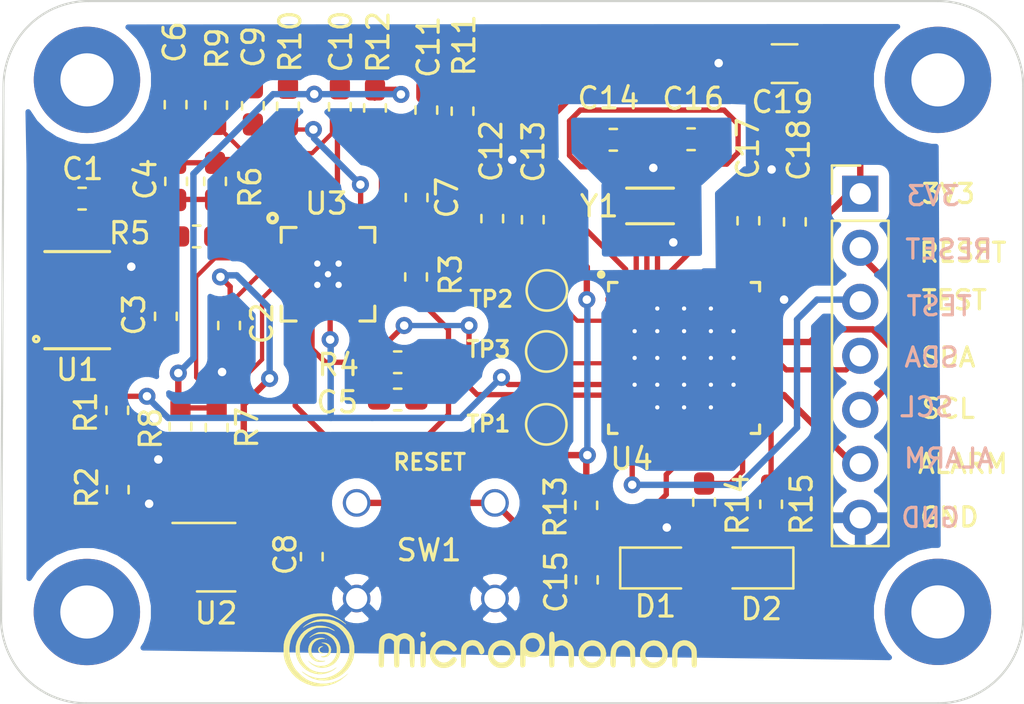
<source format=kicad_pcb>
(kicad_pcb (version 20171130) (host pcbnew 5.1.6-c6e7f7d~87~ubuntu18.04.1)
  (layers (0 F.Cu signal) (31 B.Cu signal) (34 B.Paste user) (35 F.Paste user) (36 B.SilkS user) (37 F.SilkS user) (38 B.Mask user hide) (39 F.Mask user hide) (44 Edge.Cuts user))
  (net 0 "")
  (net 1 "Net-(C1-Pad2)")
  (net 2 GND)
  (net 3 "Net-(C3-Pad2)")
  (net 4 "Net-(C3-Pad1)")
  (net 5 "Net-(C4-Pad1)")
  (net 6 "Net-(C4-Pad2)")
  (net 7 "Net-(C5-Pad1)")
  (net 8 "Net-(C5-Pad2)")
  (net 9 "Net-(C6-Pad1)")
  (net 10 "Net-(C7-Pad1)")
  (net 11 "Net-(C7-Pad2)")
  (net 12 3.3V)
  (net 13 "Net-(C9-Pad1)")
  (net 14 "Net-(C10-Pad1)")
  (net 15 "Net-(C10-Pad2)")
  (net 16 "Net-(C11-Pad1)")
  (net 17 "Net-(C14-Pad1)")
  (net 18 "Net-(C15-Pad1)")
  (net 19 "Net-(C16-Pad2)")
  (net 20 "Net-(D1-Pad2)")
  (net 21 "Net-(D2-Pad2)")
  (net 22 "Net-(J1-Pad3)")
  (net 23 "Net-(J1-Pad4)")
  (net 24 "Net-(J1-Pad5)")
  (net 25 "Net-(J1-Pad6)")
  (net 26 "Net-(R1-Pad2)")
  (net 27 VGND)
  (net 28 "Net-(R7-Pad2)")
  (net 29 "Net-(R14-Pad1)")
  (net 30 "Net-(R15-Pad1)")
  (net 31 "Net-(TP2-Pad1)")
  (net 32 "Net-(TP3-Pad1)")
  (net 33 "Net-(U4-Pad26)")
  (net 34 "Net-(U4-Pad28)")
  (net 35 "Net-(U4-Pad29)")
  (net 36 "Net-(U4-Pad30)")
  (net 37 "Net-(U4-Pad33)")
  (net 38 "Net-(U4-Pad34)")
  (net 39 "Net-(U4-Pad35)")
  (net 40 "Net-(U4-Pad2)")
  (net 41 "Net-(U4-Pad4)")
  (net 42 "Net-(U4-Pad5)")
  (net 43 "Net-(U4-Pad6)")
  (net 44 "Net-(U4-Pad8)")
  (net 45 "Net-(U4-Pad11)")
  (net 46 "Net-(U4-Pad12)")
  (net 47 "Net-(U4-Pad13)")
  (net 48 "Net-(U4-Pad14)")
  (net 49 "Net-(U4-Pad15)")
  (net 50 "Net-(U4-Pad16)")
  (net 51 "Net-(U4-Pad17)")
  (net 52 "Net-(U4-Pad18)")
  (net 53 "Net-(U4-Pad19)")
  (net 54 "Net-(U4-Pad20)")
  (net 55 "Net-(U4-Pad21)")
  (net 56 "Net-(U4-Pad38)")
  (net 57 "Net-(U4-Pad39)")
  (net 58 "Net-(U4-Pad40)")
  (net 59 "Net-(U4-Pad42)")
  (net 60 "Net-(U4-Pad43)")
  (net 61 "Net-(U4-Pad1)")
  (module mph:MicroPhonon_horiz_logo (layer F.Cu) (at 154.178 103.6828)
    (fp_text reference G*** hide)
    (fp_text value LOGO hide)
  )
  (module Capacitor_SMD:C_1206_3216Metric_Pad1.42x1.75mm_HandSolder (layer F.Cu) (at 168.0464 76.1492 180)
    (fp_text reference C19 (at 0.1016 -1.8034) (layer F.SilkS))
    (fp_text value 10u)
    (pad 2 smd roundrect (at 1.4875 0 180) (size 1.425 1.75) (layers F.Cu F.Paste F.Mask) (roundrect_rratio 0.175439) (net 2 GND))
    (pad 1 smd roundrect (at -1.4875 0 180) (size 1.425 1.75) (layers F.Cu F.Paste F.Mask) (roundrect_rratio 0.175439) (net 12 3.3V))
  )
  (module Capacitor_SMD:C_0603_1608Metric_Pad1.05x0.95mm_HandSolder (layer F.Cu) (at 138.9634 88.0364 270)
    (fp_text reference C3 (at -0.0762 1.4986 90) (layer F.SilkS))
    (fp_text value 100n)
    (pad 2 smd roundrect (at 0.875 0 270) (size 1.05 0.95) (layers F.Cu F.Paste F.Mask) (net 3 "Net-(C3-Pad2)"))
    (pad 1 smd roundrect (at -0.875 0 270) (size 1.05 0.95) (layers F.Cu F.Paste F.Mask) (net 4 "Net-(C3-Pad1)"))
  )
  (module ULD:TLV9064S (layer F.Cu) (at 146.5834 86.0552)
    (fp_text reference U3 (at -0.0762 -3.3274) (layer F.SilkS))
    (fp_text value TLV9064S)
    (pad 17 thru_hole circle (at 0.5 -0.5 180) (size 0.3 0.3) (drill 0.3) (layers *.Cu *.Mask) (net 2 GND))
    (pad 17 thru_hole circle (at -0.5 0.5 180) (size 0.3 0.3) (drill 0.3) (layers *.Cu *.Mask) (net 2 GND))
    (pad 17 thru_hole circle (at 0.5 0.5 180) (size 0.3 0.3) (drill 0.3) (layers *.Cu *.Mask) (net 2 GND))
    (pad 17 thru_hole circle (at -0.5 -0.5 180) (size 0.3 0.3) (drill 0.3) (layers *.Cu *.Mask) (net 2 GND))
    (pad 17 thru_hole circle (at 0 0 180) (size 0.3 0.3) (drill 0.3) (layers *.Cu *.Mask) (net 2 GND))
    (pad 17 smd rect (at 0 0 180) (size 1.7 1.7) (layers F.Cu F.Mask) (net 2 GND))
    (pad 4 smd circle (at -1.1811 0.7507 270) (size 0.28 0.28) (layers F.Cu F.Paste F.Mask) (net 7 "Net-(C5-Pad1)"))
    (pad 3 smd circle (at -1.1811 0.2507 270) (size 0.28 0.28) (layers F.Cu F.Paste F.Mask) (net 27 VGND))
    (pad 2 smd circle (at -1.1811 -0.2493 270) (size 0.28 0.28) (layers F.Cu F.Paste F.Mask) (net 12 3.3V))
    (pad 4 smd rect (at -1.5367 0.7507 180) (size 0.71 0.28) (layers F.Cu F.Paste F.Mask) (net 7 "Net-(C5-Pad1)"))
    (pad 3 smd rect (at -1.5367 0.2507 180) (size 0.71 0.28) (layers F.Cu F.Paste F.Mask) (net 27 VGND))
    (pad 2 smd rect (at -1.5367 -0.2493 180) (size 0.71 0.28) (layers F.Cu F.Paste F.Mask) (net 12 3.3V))
    (pad 1 smd rect (at -1.5367 -0.7493 180) (size 0.71 0.28) (layers F.Cu F.Paste F.Mask) (net 27 VGND))
    (pad 1 smd circle (at -1.1811 -0.7493 270) (size 0.28 0.28) (layers F.Cu F.Paste F.Mask) (net 27 VGND))
    (pad 8 smd rect (at 0.7493 1.5367 270) (size 0.71 0.28) (layers F.Cu F.Paste F.Mask) (net 10 "Net-(C7-Pad1)"))
    (pad 7 smd rect (at 0.2493 1.5367 270) (size 0.71 0.28) (layers F.Cu F.Paste F.Mask) (net 1 "Net-(C1-Pad2)"))
    (pad 6 smd rect (at -0.2507 1.5367 270) (size 0.71 0.28) (layers F.Cu F.Paste F.Mask) (net 1 "Net-(C1-Pad2)"))
    (pad 8 smd circle (at 0.7493 1.1938 270) (size 0.28 0.28) (layers F.Cu F.Paste F.Mask) (net 10 "Net-(C7-Pad1)"))
    (pad 7 smd circle (at 0.2493 1.1938 270) (size 0.28 0.28) (layers F.Cu F.Paste F.Mask) (net 1 "Net-(C1-Pad2)"))
    (pad 6 smd circle (at -0.2507 1.1938 270) (size 0.28 0.28) (layers F.Cu F.Paste F.Mask) (net 1 "Net-(C1-Pad2)"))
    (pad 5 smd rect (at -0.7507 1.5367 270) (size 0.71 0.28) (layers F.Cu F.Paste F.Mask) (net 8 "Net-(C5-Pad2)"))
    (pad 5 smd circle (at -0.7507 1.1938 270) (size 0.28 0.28) (layers F.Cu F.Paste F.Mask) (net 8 "Net-(C5-Pad2)"))
    (pad 9 smd rect (at 1.5494 0.7507) (size 0.71 0.28) (layers F.Cu F.Paste F.Mask) (net 10 "Net-(C7-Pad1)"))
    (pad 10 smd rect (at 1.5494 0.2507) (size 0.71 0.28) (layers F.Cu F.Paste F.Mask) (net 16 "Net-(C11-Pad1)"))
    (pad 11 smd rect (at 1.5494 -0.2493) (size 0.71 0.28) (layers F.Cu F.Paste F.Mask) (net 2 GND))
    (pad 9 smd circle (at 1.1938 0.7507 90) (size 0.28 0.28) (layers F.Cu F.Paste F.Mask) (net 10 "Net-(C7-Pad1)"))
    (pad 10 smd circle (at 1.1938 0.2507 90) (size 0.28 0.28) (layers F.Cu F.Paste F.Mask) (net 16 "Net-(C11-Pad1)"))
    (pad 11 smd circle (at 1.1938 -0.2493 90) (size 0.28 0.28) (layers F.Cu F.Paste F.Mask) (net 2 GND))
    (pad 12 smd rect (at 1.5494 -0.7493) (size 0.71 0.28) (layers F.Cu F.Paste F.Mask) (net 13 "Net-(C9-Pad1)"))
    (pad 12 smd circle (at 1.1938 -0.7493 90) (size 0.28 0.28) (layers F.Cu F.Paste F.Mask) (net 13 "Net-(C9-Pad1)"))
    (pad 13 smd circle (at 0.7507 -1.1938 90) (size 0.28 0.28) (layers F.Cu F.Paste F.Mask) (net 15 "Net-(C10-Pad2)"))
    (pad 14 smd circle (at 0.2507 -1.1938 90) (size 0.28 0.28) (layers F.Cu F.Paste F.Mask) (net 15 "Net-(C10-Pad2)"))
    (pad 15 smd circle (at -0.2493 -1.1938 90) (size 0.28 0.28) (layers F.Cu F.Paste F.Mask) (net 5 "Net-(C4-Pad1)"))
    (pad 13 smd rect (at 0.7507 -1.5367 90) (size 0.71 0.28) (layers F.Cu F.Paste F.Mask) (net 15 "Net-(C10-Pad2)"))
    (pad 14 smd rect (at 0.2507 -1.5367 90) (size 0.71 0.28) (layers F.Cu F.Paste F.Mask) (net 15 "Net-(C10-Pad2)"))
    (pad 15 smd rect (at -0.2493 -1.5367 90) (size 0.71 0.28) (layers F.Cu F.Paste F.Mask) (net 5 "Net-(C4-Pad1)"))
    (pad 16 smd circle (at -0.7493 -1.1938 90) (size 0.28 0.28) (layers F.Cu F.Paste F.Mask) (net 6 "Net-(C4-Pad2)"))
    (pad 16 smd rect (at -0.7493 -1.5367 90) (size 0.71 0.28) (layers F.Cu F.Paste F.Mask) (net 6 "Net-(C4-Pad2)"))
  )
  (module mph:MSP430FR5994IRGZ (layer F.Cu) (at 163.322 89.9922)
    (fp_text reference U4 (at -2.4638 4.7498) (layer F.SilkS))
    (fp_text value MSP430FR5994)
    (pad 49 thru_hole circle (at 2.325 -1.26 270) (size 0.2 0.2) (drill 0.2) (layers *.Cu *.Mask) (net 2 GND))
    (pad 49 thru_hole circle (at 2.325 1.26 270) (size 0.2 0.2) (drill 0.2) (layers *.Cu *.Mask) (net 2 GND))
    (pad 49 thru_hole circle (at 2.325 0 270) (size 0.2 0.2) (drill 0.2) (layers *.Cu *.Mask) (net 2 GND))
    (pad 49 thru_hole circle (at -2.325 -1.26 270) (size 0.2 0.2) (drill 0.2) (layers *.Cu *.Mask) (net 2 GND))
    (pad 49 thru_hole circle (at -2.325 0 270) (size 0.2 0.2) (drill 0.2) (layers *.Cu *.Mask) (net 2 GND))
    (pad 49 thru_hole circle (at -2.325 1.26 270) (size 0.2 0.2) (drill 0.2) (layers *.Cu *.Mask) (net 2 GND))
    (pad 49 thru_hole circle (at 1.26 2.325) (size 0.2 0.2) (drill 0.2) (layers *.Cu *.Mask) (net 2 GND))
    (pad 49 thru_hole circle (at 0 2.325) (size 0.2 0.2) (drill 0.2) (layers *.Cu *.Mask) (net 2 GND))
    (pad 49 thru_hole circle (at -1.26 2.325) (size 0.2 0.2) (drill 0.2) (layers *.Cu *.Mask) (net 2 GND))
    (pad 49 thru_hole circle (at 1.26 -2.325) (size 0.2 0.2) (drill 0.2) (layers *.Cu *.Mask) (net 2 GND))
    (pad 49 thru_hole circle (at 0 -2.325) (size 0.2 0.2) (drill 0.2) (layers *.Cu *.Mask) (net 2 GND))
    (pad 49 thru_hole circle (at -1.26 -2.325) (size 0.2 0.2) (drill 0.2) (layers *.Cu *.Mask) (net 2 GND))
    (pad 49 thru_hole circle (at 1.26 1.26) (size 0.2 0.2) (drill 0.2) (layers *.Cu *.Mask) (net 2 GND))
    (pad 49 thru_hole circle (at 0 1.26) (size 0.2 0.2) (drill 0.2) (layers *.Cu *.Mask) (net 2 GND))
    (pad 49 thru_hole circle (at -1.26 1.26) (size 0.2 0.2) (drill 0.2) (layers *.Cu *.Mask) (net 2 GND))
    (pad 49 thru_hole circle (at 1.26 0) (size 0.2 0.2) (drill 0.2) (layers *.Cu *.Mask) (net 2 GND))
    (pad 49 thru_hole circle (at 0 0) (size 0.2 0.2) (drill 0.2) (layers *.Cu *.Mask) (net 2 GND))
    (pad 49 thru_hole circle (at -1.26 0) (size 0.2 0.2) (drill 0.2) (layers *.Cu *.Mask) (net 2 GND))
    (pad 49 thru_hole circle (at 1.26 -1.26) (size 0.2 0.2) (drill 0.2) (layers *.Cu *.Mask) (net 2 GND))
    (pad 49 thru_hole circle (at 0 -1.26) (size 0.2 0.2) (drill 0.2) (layers *.Cu *.Mask) (net 2 GND))
    (pad 49 thru_hole circle (at -1.26 -1.26) (size 0.2 0.2) (drill 0.2) (layers *.Cu *.Mask) (net 2 GND))
    (pad 48 smd roundrect (at -2.75 -3.4 270) (size 0.6 0.24) (layers F.Cu F.Paste F.Mask) (net 12 3.3V))
    (pad 47 smd roundrect (at -2.25 -3.4 270) (size 0.6 0.24) (layers F.Cu F.Paste F.Mask) (net 2 GND))
    (pad 46 smd roundrect (at -1.75 -3.4 270) (size 0.6 0.24) (layers F.Cu F.Paste F.Mask) (net 17 "Net-(C14-Pad1)"))
    (pad 45 smd roundrect (at -1.25 -3.4 270) (size 0.6 0.24) (layers F.Cu F.Paste F.Mask) (net 19 "Net-(C16-Pad2)"))
    (pad 44 smd roundrect (at -0.75 -3.4 270) (size 0.6 0.24) (layers F.Cu F.Paste F.Mask) (net 2 GND))
    (pad 43 smd roundrect (at -0.25 -3.4 270) (size 0.6 0.24) (layers F.Cu F.Paste F.Mask) (net 60 "Net-(U4-Pad43)"))
    (pad 42 smd roundrect (at 0.25 -3.4 270) (size 0.6 0.24) (layers F.Cu F.Paste F.Mask) (net 59 "Net-(U4-Pad42)"))
    (pad 41 smd roundrect (at 0.75 -3.4 270) (size 0.6 0.24) (layers F.Cu F.Paste F.Mask) (net 2 GND))
    (pad 40 smd roundrect (at 1.25 -3.4 270) (size 0.6 0.24) (layers F.Cu F.Paste F.Mask) (net 58 "Net-(U4-Pad40)"))
    (pad 39 smd roundrect (at 1.75 -3.4 270) (size 0.6 0.24) (layers F.Cu F.Paste F.Mask) (net 57 "Net-(U4-Pad39)"))
    (pad 38 smd roundrect (at 2.25 -3.4 270) (size 0.6 0.24) (layers F.Cu F.Paste F.Mask) (net 56 "Net-(U4-Pad38)"))
    (pad 37 smd roundrect (at 2.75 -3.4 270) (size 0.6 0.24) (layers F.Cu F.Paste F.Mask) (net 12 3.3V))
    (pad 24 smd roundrect (at 2.75 3.4 90) (size 0.6 0.24) (layers F.Cu F.Paste F.Mask) (net 29 "Net-(R14-Pad1)"))
    (pad 23 smd roundrect (at 2.25 3.4 90) (size 0.6 0.24) (layers F.Cu F.Paste F.Mask) (net 18 "Net-(C15-Pad1)"))
    (pad 22 smd roundrect (at 1.75 3.4 90) (size 0.6 0.24) (layers F.Cu F.Paste F.Mask) (net 22 "Net-(J1-Pad3)"))
    (pad 21 smd roundrect (at 1.25 3.4 90) (size 0.6 0.24) (layers F.Cu F.Paste F.Mask) (net 55 "Net-(U4-Pad21)"))
    (pad 20 smd roundrect (at 0.75 3.4 90) (size 0.6 0.24) (layers F.Cu F.Paste F.Mask) (net 54 "Net-(U4-Pad20)"))
    (pad 19 smd roundrect (at 0.25 3.4 90) (size 0.6 0.24) (layers F.Cu F.Paste F.Mask) (net 53 "Net-(U4-Pad19)"))
    (pad 18 smd roundrect (at -0.25 3.4 90) (size 0.6 0.24) (layers F.Cu F.Paste F.Mask) (net 52 "Net-(U4-Pad18)"))
    (pad 17 smd roundrect (at -0.75 3.4 90) (size 0.6 0.24) (layers F.Cu F.Paste F.Mask) (net 51 "Net-(U4-Pad17)"))
    (pad 16 smd roundrect (at -1.25 3.4 90) (size 0.6 0.24) (layers F.Cu F.Paste F.Mask) (net 50 "Net-(U4-Pad16)"))
    (pad 15 smd roundrect (at -1.75 3.4 90) (size 0.6 0.24) (layers F.Cu F.Paste F.Mask) (net 49 "Net-(U4-Pad15)"))
    (pad 14 smd roundrect (at -2.25 3.4 90) (size 0.6 0.24) (layers F.Cu F.Paste F.Mask) (net 48 "Net-(U4-Pad14)"))
    (pad 13 smd roundrect (at -2.75 3.4 90) (size 0.6 0.24) (layers F.Cu F.Paste F.Mask) (net 47 "Net-(U4-Pad13)"))
    (pad 12 smd roundrect (at -3.4 2.75) (size 0.6 0.24) (layers F.Cu F.Paste F.Mask) (net 46 "Net-(U4-Pad12)"))
    (pad 11 smd roundrect (at -3.4 2.25) (size 0.6 0.24) (layers F.Cu F.Paste F.Mask) (net 45 "Net-(U4-Pad11)"))
    (pad 10 smd roundrect (at -3.4 1.75) (size 0.6 0.24) (layers F.Cu F.Paste F.Mask) (net 8 "Net-(C5-Pad2)"))
    (pad 9 smd roundrect (at -3.4 1.25) (size 0.6 0.24) (layers F.Cu F.Paste F.Mask) (net 1 "Net-(C1-Pad2)"))
    (pad 8 smd roundrect (at -3.4 0.75) (size 0.6 0.24) (layers F.Cu F.Paste F.Mask) (net 44 "Net-(U4-Pad8)"))
    (pad 7 smd roundrect (at -3.4 0.25) (size 0.6 0.24) (layers F.Cu F.Paste F.Mask) (net 32 "Net-(TP3-Pad1)"))
    (pad 6 smd roundrect (at -3.4 -0.25) (size 0.6 0.24) (layers F.Cu F.Paste F.Mask) (net 43 "Net-(U4-Pad6)"))
    (pad 5 smd roundrect (at -3.4 -0.75) (size 0.6 0.24) (layers F.Cu F.Paste F.Mask) (net 42 "Net-(U4-Pad5)"))
    (pad 4 smd roundrect (at -3.4 -1.25) (size 0.6 0.24) (layers F.Cu F.Paste F.Mask) (net 41 "Net-(U4-Pad4)"))
    (pad 3 smd roundrect (at -3.4 -1.75) (size 0.6 0.24) (layers F.Cu F.Paste F.Mask) (net 31 "Net-(TP2-Pad1)"))
    (pad 2 smd roundrect (at -3.4 -2.25) (size 0.6 0.24) (layers F.Cu F.Paste F.Mask) (net 40 "Net-(U4-Pad2)"))
    (pad 1 smd roundrect (at -3.4 -2.75) (size 0.6 0.24) (layers F.Cu F.Paste F.Mask) (net 61 "Net-(U4-Pad1)"))
    (pad 36 smd roundrect (at 3.4 -2.75) (size 0.6 0.24) (layers F.Cu F.Paste F.Mask) (net 2 GND))
    (pad 35 smd roundrect (at 3.4 -2.25) (size 0.6 0.24) (layers F.Cu F.Paste F.Mask) (net 39 "Net-(U4-Pad35)"))
    (pad 34 smd roundrect (at 3.4 -1.75) (size 0.6 0.24) (layers F.Cu F.Paste F.Mask) (net 38 "Net-(U4-Pad34)"))
    (pad 33 smd roundrect (at 3.4 -1.25) (size 0.6 0.24) (layers F.Cu F.Paste F.Mask) (net 37 "Net-(U4-Pad33)"))
    (pad 32 smd roundrect (at 3.4 -0.75) (size 0.6 0.24) (layers F.Cu F.Paste F.Mask) (net 24 "Net-(J1-Pad5)"))
    (pad 31 smd roundrect (at 3.4 -0.25) (size 0.6 0.24) (layers F.Cu F.Paste F.Mask) (net 23 "Net-(J1-Pad4)"))
    (pad 30 smd roundrect (at 3.4 0.25) (size 0.6 0.24) (layers F.Cu F.Paste F.Mask) (net 36 "Net-(U4-Pad30)"))
    (pad 29 smd roundrect (at 3.4 0.75) (size 0.6 0.24) (layers F.Cu F.Paste F.Mask) (net 35 "Net-(U4-Pad29)"))
    (pad 28 smd roundrect (at 3.4 1.25) (size 0.6 0.24) (layers F.Cu F.Paste F.Mask) (net 34 "Net-(U4-Pad28)"))
    (pad 27 smd roundrect (at 3.4 1.75) (size 0.6 0.24) (layers F.Cu F.Paste F.Mask) (net 25 "Net-(J1-Pad6)"))
    (pad 26 smd roundrect (at 3.4 2.25) (size 0.6 0.24) (layers F.Cu F.Paste F.Mask) (net 33 "Net-(U4-Pad26)"))
    (pad 25 smd roundrect (at 3.4 2.75) (size 0.6 0.24) (layers F.Cu F.Paste F.Mask) (net 30 "Net-(R15-Pad1)"))
    (pad 49 smd rect (at 0 0 90) (size 5.15 5.15) (layers F.Cu F.Mask) (net 2 GND))
  )
  (module MountingHole:MountingHole_2.5mm_Pad (layer F.Cu) (at 175.255 101.9112)
    (fp_text reference H3 hide)
    (fp_text value MountingHole)
    (pad 1 thru_hole circle (at 0 0.0254) (size 5 5) (drill 2.5) (layers *.Cu *.Mask))
  )
  (module ULD:ECX-12R (layer F.Cu) (at 161.7218 82.8548)
    (fp_text reference Y1 (at -2.3876 0) (layer F.SilkS))
    (fp_text value EXC-12R)
    (pad 2 smd rect (at 0.7 0) (size 0.8 1.3) (layers F.Cu F.Paste F.Mask) (net 19 "Net-(C16-Pad2)"))
    (pad 1 smd rect (at -0.7 0) (size 0.8 1.3) (layers F.Cu F.Paste F.Mask) (net 17 "Net-(C14-Pad1)"))
  )
  (module TestPoint:TestPoint_Pad_D1.5mm (layer F.Cu) (at 156.845 93.1164)
    (fp_text reference TP1 (at -2.7178 -0.0254) (layer F.SilkS) (effects (font (size 0.75 0.75))))
    (fp_text value TEST)
    (pad 1 smd circle (at 0 0) (size 1.5 1.5) (layers F.Cu F.Mask) (net 8 "Net-(C5-Pad2)"))
  )
  (module TestPoint:TestPoint_Pad_D1.5mm (layer F.Cu) (at 156.8704 86.8172)
    (fp_text reference TP2 (at -2.6162 0.4064) (layer F.SilkS) (effects (font (size 0.75 0.75))))
    (fp_text value TEST)
    (pad 1 smd circle (at 0 0) (size 1.5 1.5) (layers F.Cu F.Mask) (net 31 "Net-(TP2-Pad1)"))
  )
  (module TestPoint:TestPoint_Pad_D1.5mm (layer F.Cu) (at 156.845 89.6874)
    (fp_text reference TP3 (at -2.7178 -0.1016) (layer F.SilkS) (effects (font (size 0.75 0.75))))
    (fp_text value TEST)
    (pad 1 smd circle (at 0 0) (size 1.5 1.5) (layers F.Cu F.Mask) (net 32 "Net-(TP3-Pad1)"))
  )
  (module Capacitor_SMD:C_0603_1608Metric_Pad1.05x0.95mm_HandSolder (layer F.Cu) (at 135.0264 82.4992 180)
    (fp_text reference C1 (at -0.0254 1.397) (layer F.SilkS))
    (fp_text value 100n)
    (pad 2 smd roundrect (at 0.875 0 180) (size 1.05 0.95) (layers F.Cu F.Paste F.Mask) (net 1 "Net-(C1-Pad2)"))
    (pad 1 smd roundrect (at -0.875 0 180) (size 1.05 0.95) (layers F.Cu F.Paste F.Mask) (net 2 GND))
  )
  (module Capacitor_SMD:C_0603_1608Metric_Pad1.05x0.95mm_HandSolder (layer F.Cu) (at 141.9352 88.4682 90)
    (fp_text reference C2 (at 0.1016 1.5494 90) (layer F.SilkS))
    (fp_text value 100n)
    (pad 2 smd roundrect (at 0.875 0 90) (size 1.05 0.95) (layers F.Cu F.Paste F.Mask) (net 12 3.3V))
    (pad 1 smd roundrect (at -0.875 0 90) (size 1.05 0.95) (layers F.Cu F.Paste F.Mask) (net 2 GND))
  )
  (module Capacitor_SMD:C_0603_1608Metric_Pad1.05x0.95mm_HandSolder (layer F.Cu) (at 139.446 81.6864 270)
    (fp_text reference C4 (at -0.1016 1.4478 90) (layer F.SilkS))
    (fp_text value 100p)
    (pad 1 smd roundrect (at -0.875 0 270) (size 1.05 0.95) (layers F.Cu F.Paste F.Mask) (net 5 "Net-(C4-Pad1)"))
    (pad 2 smd roundrect (at 0.875 0 270) (size 1.05 0.95) (layers F.Cu F.Paste F.Mask) (net 6 "Net-(C4-Pad2)"))
  )
  (module Capacitor_SMD:C_0603_1608Metric_Pad1.05x0.95mm_HandSolder (layer F.Cu) (at 149.86 91.948 180)
    (fp_text reference C5 (at 2.8448 -0.127) (layer F.SilkS))
    (fp_text value 470p)
    (pad 1 smd roundrect (at -0.875 0 180) (size 1.05 0.95) (layers F.Cu F.Paste F.Mask) (net 7 "Net-(C5-Pad1)"))
    (pad 2 smd roundrect (at 0.875 0 180) (size 1.05 0.95) (layers F.Cu F.Paste F.Mask) (net 8 "Net-(C5-Pad2)"))
  )
  (module Capacitor_SMD:C_0603_1608Metric_Pad1.05x0.95mm_HandSolder (layer F.Cu) (at 139.4206 78.0796 270)
    (fp_text reference C6 (at -2.9464 0.0508 90) (layer F.SilkS))
    (fp_text value 15n)
    (pad 2 smd roundrect (at 0.875 0 270) (size 1.05 0.95) (layers F.Cu F.Paste F.Mask) (net 5 "Net-(C4-Pad1)"))
    (pad 1 smd roundrect (at -0.875 0 270) (size 1.05 0.95) (layers F.Cu F.Paste F.Mask) (net 9 "Net-(C6-Pad1)"))
  )
  (module Capacitor_SMD:C_0603_1608Metric_Pad1.05x0.95mm_HandSolder (layer F.Cu) (at 150.749 82.4484 270)
    (fp_text reference C7 (at 0 -1.43 90) (layer F.SilkS))
    (fp_text value 100n)
    (pad 1 smd roundrect (at -0.875 0 270) (size 1.05 0.95) (layers F.Cu F.Paste F.Mask) (net 10 "Net-(C7-Pad1)"))
    (pad 2 smd roundrect (at 0.875 0 270) (size 1.05 0.95) (layers F.Cu F.Paste F.Mask) (net 11 "Net-(C7-Pad2)"))
  )
  (module Capacitor_SMD:C_0603_1608Metric_Pad1.05x0.95mm_HandSolder (layer F.Cu) (at 145.8214 99.3394 270)
    (fp_text reference C8 (at -0.1016 1.2446 90) (layer F.SilkS))
    (fp_text value 100n)
    (pad 1 smd roundrect (at -0.875 0 270) (size 1.05 0.95) (layers F.Cu F.Paste F.Mask) (net 12 3.3V))
    (pad 2 smd roundrect (at 0.875 0 270) (size 1.05 0.95) (layers F.Cu F.Paste F.Mask) (net 2 GND))
  )
  (module Capacitor_SMD:C_0603_1608Metric_Pad1.05x0.95mm_HandSolder (layer F.Cu) (at 143.0528 78.1304 90)
    (fp_text reference C9 (at 2.7686 0.0254 90) (layer F.SilkS))
    (fp_text value 4.7n)
    (pad 1 smd roundrect (at -0.875 0 90) (size 1.05 0.95) (layers F.Cu F.Paste F.Mask) (net 13 "Net-(C9-Pad1)"))
    (pad 2 smd roundrect (at 0.875 0 90) (size 1.05 0.95) (layers F.Cu F.Paste F.Mask) (net 9 "Net-(C6-Pad1)"))
  )
  (module Capacitor_SMD:C_0603_1608Metric_Pad1.05x0.95mm_HandSolder (layer F.Cu) (at 147.1422 78.1812 270)
    (fp_text reference C10 (at -3.0734 -0.0508 90) (layer F.SilkS))
    (fp_text value 150n)
    (pad 1 smd roundrect (at -0.875 0 270) (size 1.05 0.95) (layers F.Cu F.Paste F.Mask) (net 14 "Net-(C10-Pad1)"))
    (pad 2 smd roundrect (at 0.875 0 270) (size 1.05 0.95) (layers F.Cu F.Paste F.Mask) (net 15 "Net-(C10-Pad2)"))
  )
  (module Capacitor_SMD:C_0603_1608Metric_Pad1.05x0.95mm_HandSolder (layer F.Cu) (at 151.2062 78.3336 90)
    (fp_text reference C11 (at 2.9718 0.1016 90) (layer F.SilkS))
    (fp_text value 47n)
    (pad 2 smd roundrect (at 0.875 0 90) (size 1.05 0.95) (layers F.Cu F.Paste F.Mask) (net 14 "Net-(C10-Pad1)"))
    (pad 1 smd roundrect (at -0.875 0 90) (size 1.05 0.95) (layers F.Cu F.Paste F.Mask) (net 16 "Net-(C11-Pad1)"))
  )
  (module Capacitor_SMD:C_0603_1608Metric_Pad1.05x0.95mm_HandSolder (layer F.Cu) (at 154.305 83.439 90)
    (fp_text reference C12 (at 3.175 -0.0508 90) (layer F.SilkS))
    (fp_text value 1u)
    (pad 1 smd roundrect (at -0.875 0 90) (size 1.05 0.95) (layers F.Cu F.Paste F.Mask) (net 12 3.3V))
    (pad 2 smd roundrect (at 0.875 0 90) (size 1.05 0.95) (layers F.Cu F.Paste F.Mask) (net 2 GND))
  )
  (module Capacitor_SMD:C_0603_1608Metric_Pad1.05x0.95mm_HandSolder (layer F.Cu) (at 156.21 83.4898 90)
    (fp_text reference C13 (at 3.2004 0.0254 90) (layer F.SilkS))
    (fp_text value 100n)
    (pad 2 smd roundrect (at 0.875 0 90) (size 1.05 0.95) (layers F.Cu F.Paste F.Mask) (net 2 GND))
    (pad 1 smd roundrect (at -0.875 0 90) (size 1.05 0.95) (layers F.Cu F.Paste F.Mask) (net 12 3.3V))
  )
  (module Capacitor_SMD:C_0603_1608Metric_Pad1.05x0.95mm_HandSolder (layer F.Cu) (at 159.9946 79.7306)
    (fp_text reference C14 (at -0.2286 -1.9558) (layer F.SilkS))
    (fp_text value 22p)
    (pad 1 smd roundrect (at -0.875 0) (size 1.05 0.95) (layers F.Cu F.Paste F.Mask) (net 17 "Net-(C14-Pad1)"))
    (pad 2 smd roundrect (at 0.875 0) (size 1.05 0.95) (layers F.Cu F.Paste F.Mask) (net 2 GND))
  )
  (module Capacitor_SMD:C_0603_1608Metric_Pad1.05x0.95mm_HandSolder (layer F.Cu) (at 158.75 100.4316 270)
    (fp_text reference C15 (at 0.1016 1.4478 90) (layer F.SilkS))
    (fp_text value 1n)
    (pad 2 smd roundrect (at 0.875 0 270) (size 1.05 0.95) (layers F.Cu F.Paste F.Mask) (net 2 GND))
    (pad 1 smd roundrect (at -0.875 0 270) (size 1.05 0.95) (layers F.Cu F.Paste F.Mask) (net 18 "Net-(C15-Pad1)"))
  )
  (module Capacitor_SMD:C_0603_1608Metric_Pad1.05x0.95mm_HandSolder (layer F.Cu) (at 163.6522 79.7052)
    (fp_text reference C16 (at 0.1016 -1.905) (layer F.SilkS))
    (fp_text value 22p)
    (pad 2 smd roundrect (at 0.875 0) (size 1.05 0.95) (layers F.Cu F.Paste F.Mask) (net 19 "Net-(C16-Pad2)"))
    (pad 1 smd roundrect (at -0.875 0) (size 1.05 0.95) (layers F.Cu F.Paste F.Mask) (net 2 GND))
  )
  (module Capacitor_SMD:C_0603_1608Metric_Pad1.05x0.95mm_HandSolder (layer F.Cu) (at 166.3446 83.5406 90)
    (fp_text reference C17 (at 3.4036 -0.0254 90) (layer F.SilkS))
    (fp_text value 100n)
    (pad 2 smd roundrect (at 0.875 0 90) (size 1.05 0.95) (layers F.Cu F.Paste F.Mask) (net 2 GND))
    (pad 1 smd roundrect (at -0.875 0 90) (size 1.05 0.95) (layers F.Cu F.Paste F.Mask) (net 12 3.3V))
  )
  (module Capacitor_SMD:C_0603_1608Metric_Pad1.05x0.95mm_HandSolder (layer F.Cu) (at 168.529 83.5914 90)
    (fp_text reference C18 (at 3.3782 0.1778 90) (layer F.SilkS))
    (fp_text value 1u)
    (pad 1 smd roundrect (at -0.875 0 90) (size 1.05 0.95) (layers F.Cu F.Paste F.Mask) (net 12 3.3V))
    (pad 2 smd roundrect (at 0.875 0 90) (size 1.05 0.95) (layers F.Cu F.Paste F.Mask) (net 2 GND))
  )
  (module Diode_SMD:D_0805_2012Metric_Pad1.15x1.40mm_HandSolder (layer F.Cu) (at 162.179 99.8728)
    (fp_text reference D1 (at -0.2032 1.8034) (layer F.SilkS))
    (fp_text value GREEN)
    (pad 1 smd roundrect (at -1.025 0) (size 1.15 1.4) (layers F.Cu F.Paste F.Mask) (roundrect_rratio 0.217391) (net 2 GND))
    (pad 2 smd roundrect (at 1.025 0) (size 1.15 1.4) (layers F.Cu F.Paste F.Mask) (roundrect_rratio 0.217391) (net 20 "Net-(D1-Pad2)"))
  )
  (module Diode_SMD:D_0805_2012Metric_Pad1.15x1.40mm_HandSolder (layer F.Cu) (at 166.5986 99.8728 180)
    (fp_text reference D2 (at -0.3556 -1.9304) (layer F.SilkS))
    (fp_text value RED)
    (pad 2 smd roundrect (at 1.025 0 180) (size 1.15 1.4) (layers F.Cu F.Paste F.Mask) (roundrect_rratio 0.217391) (net 21 "Net-(D2-Pad2)"))
    (pad 1 smd roundrect (at -1.025 0 180) (size 1.15 1.4) (layers F.Cu F.Paste F.Mask) (roundrect_rratio 0.217391) (net 2 GND))
  )
  (module MountingHole:MountingHole_2.5mm_Pad (layer F.Cu) (at 135.255 76.9112)
    (fp_text reference H1 hide)
    (fp_text value MountingHole)
    (pad 1 thru_hole circle (at 0 0) (size 5 5) (drill 2.5) (layers *.Cu *.Mask))
  )
  (module MountingHole:MountingHole_2.5mm_Pad (layer F.Cu) (at 175.255 76.9112)
    (fp_text reference H2 hide)
    (fp_text value MountingHole)
    (pad 1 thru_hole circle (at 0 0) (size 5 5) (drill 2.5) (layers *.Cu *.Mask))
  )
  (module MountingHole:MountingHole_2.5mm_Pad (layer F.Cu) (at 135.255 101.9112)
    (fp_text reference H4 hide)
    (fp_text value MountingHole)
    (pad 1 thru_hole circle (at -0.005 0.0318) (size 5 5) (drill 2.5) (layers *.Cu *.Mask))
  )
  (module Connector_PinHeader_2.54mm:PinHeader_1x07_P2.54mm_Vertical (layer F.Cu) (at 171.6024 82.2706)
    (fp_text reference J1 hide)
    (fp_text value I2C)
    (pad 1 thru_hole rect (at 0 0) (size 1.7 1.7) (drill 1) (layers *.Cu *.Mask) (net 12 3.3V))
    (pad 2 thru_hole oval (at 0 2.54) (size 1.7 1.7) (drill 1) (layers *.Cu *.Mask) (net 18 "Net-(C15-Pad1)"))
    (pad 3 thru_hole oval (at 0 5.08) (size 1.7 1.7) (drill 1) (layers *.Cu *.Mask) (net 22 "Net-(J1-Pad3)"))
    (pad 4 thru_hole oval (at 0 7.62) (size 1.7 1.7) (drill 1) (layers *.Cu *.Mask) (net 23 "Net-(J1-Pad4)"))
    (pad 5 thru_hole oval (at 0 10.16) (size 1.7 1.7) (drill 1) (layers *.Cu *.Mask) (net 24 "Net-(J1-Pad5)"))
    (pad 6 thru_hole oval (at 0 12.7) (size 1.7 1.7) (drill 1) (layers *.Cu *.Mask) (net 25 "Net-(J1-Pad6)"))
    (pad 7 thru_hole oval (at 0 15.24) (size 1.7 1.7) (drill 1) (layers *.Cu *.Mask) (net 2 GND))
  )
  (module Resistor_SMD:R_0603_1608Metric_Pad1.05x0.95mm_HandSolder (layer F.Cu) (at 136.6774 92.456 270)
    (fp_text reference R1 (at 0.1016 1.4732 90) (layer F.SilkS))
    (fp_text value 47k)
    (pad 2 smd roundrect (at 0.875 0 270) (size 1.05 0.95) (layers F.Cu F.Paste F.Mask) (net 26 "Net-(R1-Pad2)"))
    (pad 1 smd roundrect (at -0.875 0 270) (size 1.05 0.95) (layers F.Cu F.Paste F.Mask) (net 1 "Net-(C1-Pad2)"))
  )
  (module Resistor_SMD:R_0603_1608Metric_Pad1.05x0.95mm_HandSolder (layer F.Cu) (at 136.7028 96.1898 270)
    (fp_text reference R2 (at -0.1016 1.4478 90) (layer F.SilkS))
    (fp_text value 47k)
    (pad 1 smd roundrect (at -0.875 0 270) (size 1.05 0.95) (layers F.Cu F.Paste F.Mask) (net 26 "Net-(R1-Pad2)"))
    (pad 2 smd roundrect (at 0.875 0 270) (size 1.05 0.95) (layers F.Cu F.Paste F.Mask) (net 2 GND))
  )
  (module Resistor_SMD:R_0603_1608Metric_Pad1.05x0.95mm_HandSolder (layer F.Cu) (at 150.7236 86.1822 270)
    (fp_text reference R3 (at -0.1016 -1.6256 90) (layer F.SilkS))
    (fp_text value 1k)
    (pad 1 smd roundrect (at -0.875 0 270) (size 1.05 0.95) (layers F.Cu F.Paste F.Mask) (net 11 "Net-(C7-Pad2)"))
    (pad 2 smd roundrect (at 0.875 0 270) (size 1.05 0.95) (layers F.Cu F.Paste F.Mask) (net 7 "Net-(C5-Pad1)"))
  )
  (module Resistor_SMD:R_0603_1608Metric_Pad1.05x0.95mm_HandSolder (layer F.Cu) (at 149.86 90.1954 180)
    (fp_text reference R4 (at 2.794 -0.127) (layer F.SilkS))
    (fp_text value 15k)
    (pad 2 smd roundrect (at 0.875 0 180) (size 1.05 0.95) (layers F.Cu F.Paste F.Mask) (net 8 "Net-(C5-Pad2)"))
    (pad 1 smd roundrect (at -0.875 0 180) (size 1.05 0.95) (layers F.Cu F.Paste F.Mask) (net 7 "Net-(C5-Pad1)"))
  )
  (module Resistor_SMD:R_0603_1608Metric_Pad1.05x0.95mm_HandSolder (layer F.Cu) (at 140.4112 84.2772 180)
    (fp_text reference R5 (at 3.1496 0.1524) (layer F.SilkS))
    (fp_text value 1k)
    (pad 2 smd roundrect (at 0.875 0 180) (size 1.05 0.95) (layers F.Cu F.Paste F.Mask) (net 4 "Net-(C3-Pad1)"))
    (pad 1 smd roundrect (at -0.875 0 180) (size 1.05 0.95) (layers F.Cu F.Paste F.Mask) (net 6 "Net-(C4-Pad2)"))
  )
  (module Resistor_SMD:R_0603_1608Metric_Pad1.05x0.95mm_HandSolder (layer F.Cu) (at 141.2748 81.6864 270)
    (fp_text reference R6 (at 0.2794 -1.651 90) (layer F.SilkS))
    (fp_text value 100k)
    (pad 1 smd roundrect (at -0.875 0 270) (size 1.05 0.95) (layers F.Cu F.Paste F.Mask) (net 5 "Net-(C4-Pad1)"))
    (pad 2 smd roundrect (at 0.875 0 270) (size 1.05 0.95) (layers F.Cu F.Paste F.Mask) (net 6 "Net-(C4-Pad2)"))
  )
  (module Resistor_SMD:R_0603_1608Metric_Pad1.05x0.95mm_HandSolder (layer F.Cu) (at 141.351 93.2688 270)
    (fp_text reference R7 (at 0 -1.43 90) (layer F.SilkS))
    (fp_text value 10)
    (pad 1 smd roundrect (at -0.875 0 270) (size 1.05 0.95) (layers F.Cu F.Paste F.Mask) (net 27 VGND))
    (pad 2 smd roundrect (at 0.875 0 270) (size 1.05 0.95) (layers F.Cu F.Paste F.Mask) (net 28 "Net-(R7-Pad2)"))
  )
  (module Resistor_SMD:R_0603_1608Metric_Pad1.05x0.95mm_HandSolder (layer F.Cu) (at 139.6492 93.218 270)
    (fp_text reference R8 (at 0.1016 1.397 90) (layer F.SilkS))
    (fp_text value 47k)
    (pad 1 smd roundrect (at -0.875 0 270) (size 1.05 0.95) (layers F.Cu F.Paste F.Mask) (net 27 VGND))
    (pad 2 smd roundrect (at 0.875 0 270) (size 1.05 0.95) (layers F.Cu F.Paste F.Mask) (net 2 GND))
  )
  (module Resistor_SMD:R_0603_1608Metric_Pad1.05x0.95mm_HandSolder (layer F.Cu) (at 141.3256 78.105 90)
    (fp_text reference R9 (at 2.667 0.0508 90) (layer F.SilkS))
    (fp_text value 620)
    (pad 2 smd roundrect (at 0.875 0 90) (size 1.05 0.95) (layers F.Cu F.Paste F.Mask) (net 9 "Net-(C6-Pad1)"))
    (pad 1 smd roundrect (at -0.875 0 90) (size 1.05 0.95) (layers F.Cu F.Paste F.Mask) (net 15 "Net-(C10-Pad2)"))
  )
  (module Resistor_SMD:R_0603_1608Metric_Pad1.05x0.95mm_HandSolder (layer F.Cu) (at 144.7038 78.1558 270)
    (fp_text reference R10 (at -3.048 -0.1016 90) (layer F.SilkS))
    (fp_text value 2k)
    (pad 1 smd roundrect (at -0.875 0 270) (size 1.05 0.95) (layers F.Cu F.Paste F.Mask) (net 27 VGND))
    (pad 2 smd roundrect (at 0.875 0 270) (size 1.05 0.95) (layers F.Cu F.Paste F.Mask) (net 13 "Net-(C9-Pad1)"))
  )
  (module Resistor_SMD:R_0603_1608Metric_Pad1.05x0.95mm_HandSolder (layer F.Cu) (at 152.908 78.3844 270)
    (fp_text reference R11 (at -3.0988 -0.0762 90) (layer F.SilkS))
    (fp_text value 30)
    (pad 2 smd roundrect (at 0.875 0 270) (size 1.05 0.95) (layers F.Cu F.Paste F.Mask) (net 10 "Net-(C7-Pad1)"))
    (pad 1 smd roundrect (at -0.875 0 270) (size 1.05 0.95) (layers F.Cu F.Paste F.Mask) (net 14 "Net-(C10-Pad1)"))
  )
  (module Resistor_SMD:R_0603_1608Metric_Pad1.05x0.95mm_HandSolder (layer F.Cu) (at 148.7932 78.232 270)
    (fp_text reference R12 (at -3.0988 -0.1524 90) (layer F.SilkS))
    (fp_text value 2k)
    (pad 2 smd roundrect (at 0.875 0 270) (size 1.05 0.95) (layers F.Cu F.Paste F.Mask) (net 16 "Net-(C11-Pad1)"))
    (pad 1 smd roundrect (at -0.875 0 270) (size 1.05 0.95) (layers F.Cu F.Paste F.Mask) (net 27 VGND))
  )
  (module Resistor_SMD:R_0603_1608Metric_Pad1.05x0.95mm_HandSolder (layer F.Cu) (at 158.7246 96.9264 270)
    (fp_text reference R13 (at 0.0762 1.4478 90) (layer F.SilkS))
    (fp_text value 47k)
    (pad 1 smd roundrect (at -0.875 0 270) (size 1.05 0.95) (layers F.Cu F.Paste F.Mask) (net 12 3.3V))
    (pad 2 smd roundrect (at 0.875 0 270) (size 1.05 0.95) (layers F.Cu F.Paste F.Mask) (net 18 "Net-(C15-Pad1)"))
  )
  (module Resistor_SMD:R_0603_1608Metric_Pad1.05x0.95mm_HandSolder (layer F.Cu) (at 164.2618 96.774 270)
    (fp_text reference R14 (at 0.1016 -1.5748 90) (layer F.SilkS))
    (fp_text value 240)
    (pad 2 smd roundrect (at 0.875 0 270) (size 1.05 0.95) (layers F.Cu F.Paste F.Mask) (net 20 "Net-(D1-Pad2)"))
    (pad 1 smd roundrect (at -0.875 0 270) (size 1.05 0.95) (layers F.Cu F.Paste F.Mask) (net 29 "Net-(R14-Pad1)"))
  )
  (module Resistor_SMD:R_0603_1608Metric_Pad1.05x0.95mm_HandSolder (layer F.Cu) (at 167.4114 96.8756 270)
    (fp_text reference R15 (at 0 -1.43 90) (layer F.SilkS))
    (fp_text value 240)
    (pad 1 smd roundrect (at -0.875 0 270) (size 1.05 0.95) (layers F.Cu F.Paste F.Mask) (net 30 "Net-(R15-Pad1)"))
    (pad 2 smd roundrect (at 0.875 0 270) (size 1.05 0.95) (layers F.Cu F.Paste F.Mask) (net 21 "Net-(D2-Pad2)"))
  )
  (module ULD:SKHHAMA010 (layer F.Cu) (at 151.1808 99.06 180)
    (fp_text reference SW1 (at -0.1524 0.0254) (layer F.SilkS))
    (fp_text value Reset)
    (pad 2 thru_hole circle (at -3.25 2.25 180) (size 1.3 1.3) (drill 1) (layers *.Cu *.Mask) (net 18 "Net-(C15-Pad1)"))
    (pad 2 thru_hole circle (at 3.25 2.25 180) (size 1.3 1.3) (drill 1) (layers *.Cu *.Mask) (net 18 "Net-(C15-Pad1)"))
    (pad 1 thru_hole circle (at -3.25 -2.25 180) (size 1.3 1.3) (drill 1) (layers *.Cu *.Mask) (net 2 GND))
    (pad 1 thru_hole circle (at 3.25 -2.25 180) (size 1.3 1.3) (drill 1) (layers *.Cu *.Mask) (net 2 GND))
  )
  (module ULD:SPU0410H (layer F.Cu) (at 134.7978 87.2744 180)
    (fp_text reference U1 (at 0 -3.2766) (layer F.SilkS))
    (fp_text value SPU0410)
    (pad 4 smd circle (at -0.8 -1.23 180) (size 0.8 0.8) (layers F.Cu F.Paste F.Mask) (net 3 "Net-(C3-Pad2)"))
    (pad 3 smd circle (at -0.8 1.23 180) (size 0.8 0.8) (layers F.Cu F.Paste F.Mask) (net 2 GND))
    (pad 2 smd circle (at 0.85 1.23 180) (size 0.8 0.8) (layers F.Cu F.Paste F.Mask) (net 2 GND))
    (pad 1 smd circle (at 0.85 -1.23 180) (size 0.8 0.8) (layers F.Cu F.Paste F.Mask) (net 1 "Net-(C1-Pad2)"))
  )
  (module Package_TO_SOT_SMD:SOT-23-6_Handsoldering (layer F.Cu) (at 141.3256 99.3648)
    (fp_text reference U2 (at 0 2.6416) (layer F.SilkS))
    (fp_text value LMV341)
    (pad 1 smd rect (at -1.35 -0.95) (size 1.56 0.65) (layers F.Cu F.Paste F.Mask) (net 26 "Net-(R1-Pad2)"))
    (pad 2 smd rect (at -1.35 0) (size 1.56 0.65) (layers F.Cu F.Paste F.Mask) (net 2 GND))
    (pad 3 smd rect (at -1.35 0.95) (size 1.56 0.65) (layers F.Cu F.Paste F.Mask) (net 28 "Net-(R7-Pad2)"))
    (pad 4 smd rect (at 1.35 0.95) (size 1.56 0.65) (layers F.Cu F.Paste F.Mask) (net 28 "Net-(R7-Pad2)"))
    (pad 6 smd rect (at 1.35 -0.95) (size 1.56 0.65) (layers F.Cu F.Paste F.Mask) (net 12 3.3V))
    (pad 5 smd rect (at 1.35 0) (size 1.56 0.65) (layers F.Cu F.Paste F.Mask) (net 1 "Net-(C1-Pad2)"))
  )
  (gr_text SDA (at 174.9552 89.9668) (layer B.SilkS) (effects (font (size 0.9 0.9)) (justify mirror)))
  (gr_text RESET (at 175.768 84.8868) (layer B.SilkS) (effects (font (size 0.9 0.9)) (justify mirror)))
  (gr_text 3V3 (at 175.0314 82.3722) (layer B.SilkS) (effects (font (size 0.9 0.9)) (justify mirror)))
  (gr_text ALARM (at 175.768 94.7166) (layer B.SilkS) (effects (font (size 0.9 0.9)) (justify mirror)))
  (gr_text TEST (at 175.3108 87.5538) (layer B.SilkS) (effects (font (size 0.9 0.9)) (justify mirror)))
  (gr_text GND (at 174.9044 97.5106) (layer B.SilkS) (effects (font (size 0.9 0.9)) (justify mirror)))
  (gr_text SCL (at 174.7266 92.3036) (layer B.SilkS) (effects (font (size 0.9 0.9)) (justify mirror)))
  (gr_text RESET (at 151.3586 94.8944) (layer F.SilkS) (effects (font (size 0.75 0.75))))
  (gr_line (start 131.3312 77.205) (end 131.2164 102.235) (layer Edge.Cuts) (width 0.1))
  (gr_text 3V3 (at 175.7426 82.2706) (layer F.SilkS) (effects (font (size 0.9 0.9))))
  (gr_text GND (at 175.7934 97.4852) (layer F.SilkS) (effects (font (size 0.9 0.9))))
  (gr_text SCL (at 175.7426 92.3798) (layer F.SilkS) (effects (font (size 0.9 0.9))))
  (gr_text SDA (at 175.7426 89.9668) (layer F.SilkS) (effects (font (size 0.9 0.9))))
  (gr_line (start 175.2588 106.235) (end 135.2164 106.235) (layer Edge.Cuts) (width 0.1))
  (gr_line (start 175.2588 73.205) (end 135.3288 73.205) (layer Edge.Cuts) (width 0.1))
  (gr_text ALARM (at 176.4284 94.9706) (layer F.SilkS) (effects (font (size 0.9 0.9))))
  (gr_text TEST (at 176.022 87.2744) (layer F.SilkS) (effects (font (size 0.9 0.9))))
  (gr_text RESET (at 176.4284 85.0392) (layer F.SilkS) (effects (font (size 0.9 0.9))))
  (gr_arc (start 135.3312 77.2028) (end 135.3312 73.205) (angle -90) (layer Edge.Cuts) (width 0.1))
  (gr_line (start 179.2588 102.235) (end 179.2588 77.205) (layer Edge.Cuts) (width 0.1))
  (gr_arc (start 175.26 77.205) (end 179.26 77.205) (angle -90) (layer Edge.Cuts) (width 0.1))
  (gr_arc (start 135.2164 102.235) (end 131.2164 102.235) (angle -90) (layer Edge.Cuts) (width 0.1))
  (gr_arc (start 175.2588 102.235) (end 175.2588 106.235) (angle -90) (layer Edge.Cuts) (width 0.1))
  (segment (start 133.9224 88.5552) (end 132.9182 87.551) (width 0.25) (layer F.Cu) (net 1))
  (segment (start 132.9182 83.3006) (end 133.9736 82.2452) (width 0.25) (layer F.Cu) (net 1))
  (segment (start 132.9182 87.551) (end 132.9182 83.3006) (width 0.25) (layer F.Cu) (net 1))
  (segment (start 136.6774 91.7588) (end 135.4696 91.7588) (width 0.25) (layer F.Cu) (net 1))
  (segment (start 135.4696 91.7588) (end 135.2296 91.9988) (width 0.25) (layer F.Cu) (net 1))
  (segment (start 135.2296 91.9988) (end 135.2296 97.5614) (width 0.25) (layer F.Cu) (net 1))
  (segment (start 138.0744 91.821) (end 138.0744 91.7956) (width 0.25) (layer B.Cu) (net 1))
  (via (at 138.0744 91.7956) (size 0.8) (drill 0.4) (layers F.Cu B.Cu) (net 1))
  (segment (start 139.065 92.8116) (end 138.0744 91.821) (width 0.3) (layer B.Cu) (net 1))
  (segment (start 136.7142 91.7956) (end 136.6774 91.7588) (width 0.25) (layer F.Cu) (net 1))
  (segment (start 138.0744 91.7956) (end 136.7142 91.7956) (width 0.25) (layer F.Cu) (net 1))
  (via (at 154.7368 90.9066) (size 0.8) (drill 0.4) (layers F.Cu B.Cu) (net 1))
  (segment (start 155.0724 91.2422) (end 154.7368 90.9066) (width 0.25) (layer F.Cu) (net 1))
  (segment (start 159.922 91.2422) (end 155.0724 91.2422) (width 0.25) (layer F.Cu) (net 1))
  (segment (start 152.8318 92.8116) (end 154.7368 90.9066) (width 0.3) (layer B.Cu) (net 1))
  (segment (start 148.6662 92.8116) (end 152.8318 92.8116) (width 0.3) (layer B.Cu) (net 1))
  (segment (start 136.779 91.6572) (end 136.6774 91.7588) (width 0.25) (layer F.Cu) (net 1))
  (segment (start 146.3327 87.5919) (end 146.8327 87.5919) (width 0.2) (layer F.Cu) (net 1))
  (via (at 146.685 89.1286) (size 0.8) (drill 0.4) (layers F.Cu B.Cu) (net 1))
  (segment (start 146.7104 89.154) (end 146.685 89.1286) (width 0.3) (layer B.Cu) (net 1))
  (segment (start 146.7104 92.8116) (end 146.7104 89.154) (width 0.3) (layer B.Cu) (net 1))
  (segment (start 148.6662 92.8116) (end 146.7104 92.8116) (width 0.3) (layer B.Cu) (net 1))
  (segment (start 146.7104 92.8116) (end 139.065 92.8116) (width 0.3) (layer B.Cu) (net 1))
  (segment (start 146.685 87.7396) (end 146.8327 87.5919) (width 0.25) (layer F.Cu) (net 1))
  (segment (start 146.685 89.1286) (end 146.685 87.7396) (width 0.25) (layer F.Cu) (net 1))
  (segment (start 144.2212 101.1936) (end 144.2212 99.9304) (width 0.25) (layer F.Cu) (net 1))
  (segment (start 143.2814 102.1334) (end 144.2212 101.1936) (width 0.25) (layer F.Cu) (net 1))
  (segment (start 138.6332 99.9744) (end 138.6332 101.4222) (width 0.25) (layer F.Cu) (net 1))
  (segment (start 143.6556 99.3648) (end 142.6756 99.3648) (width 0.25) (layer F.Cu) (net 1))
  (segment (start 139.3444 102.1334) (end 143.2814 102.1334) (width 0.25) (layer F.Cu) (net 1))
  (segment (start 137.3124 98.6536) (end 138.6332 99.9744) (width 0.25) (layer F.Cu) (net 1))
  (segment (start 144.2212 99.9304) (end 143.6556 99.3648) (width 0.25) (layer F.Cu) (net 1))
  (segment (start 138.6332 101.4222) (end 139.3444 102.1334) (width 0.25) (layer F.Cu) (net 1))
  (segment (start 136.3218 98.6536) (end 137.3124 98.6536) (width 0.25) (layer F.Cu) (net 1))
  (segment (start 135.2296 97.5614) (end 136.3218 98.6536) (width 0.25) (layer F.Cu) (net 1))
  (segment (start 134.5438 89.9668) (end 133.9478 89.3708) (width 0.25) (layer F.Cu) (net 1))
  (segment (start 135.9916 89.9668) (end 134.5438 89.9668) (width 0.25) (layer F.Cu) (net 1))
  (segment (start 133.9478 89.3708) (end 133.9478 88.5044) (width 0.25) (layer F.Cu) (net 1))
  (segment (start 136.6774 90.6526) (end 135.9916 89.9668) (width 0.25) (layer F.Cu) (net 1))
  (segment (start 136.6774 91.7588) (end 136.6774 90.6526) (width 0.25) (layer F.Cu) (net 1))
  (segment (start 164.072 89.2422) (end 163.322 89.9922) (width 0.25) (layer F.Cu) (net 2))
  (segment (start 164.072 86.5922) (end 164.072 89.2422) (width 0.25) (layer F.Cu) (net 2))
  (segment (start 161.154 100.3136) (end 161.154 99.8728) (width 0.3) (layer F.Cu) (net 2))
  (segment (start 160.3134 101.1542) (end 161.154 100.3136) (width 0.3) (layer F.Cu) (net 2))
  (segment (start 158.8262 101.1542) (end 160.3134 101.1542) (width 0.3) (layer F.Cu) (net 2))
  (segment (start 161.154 99.8728) (end 161.154 99.1706) (width 0.3) (layer F.Cu) (net 2))
  (via (at 162.5092 97.9678) (size 0.8) (drill 0.4) (layers F.Cu B.Cu) (net 2))
  (segment (start 162.3568 97.9678) (end 162.5092 97.9678) (width 0.3) (layer F.Cu) (net 2))
  (segment (start 161.154 99.1706) (end 162.3568 97.9678) (width 0.3) (layer F.Cu) (net 2))
  (via (at 167.4368 81.1276) (size 0.8) (drill 0.4) (layers F.Cu B.Cu) (net 2))
  (via (at 161.8742 81.0514) (size 0.8) (drill 0.4) (layers F.Cu B.Cu) (net 2))
  (segment (start 168.5036 82.7672) (end 168.529 82.7926) (width 0.25) (layer F.Cu) (net 2))
  (segment (start 154.6098 82.6148) (end 154.559 82.564) (width 0.25) (layer F.Cu) (net 2))
  (via (at 164.9476 76.1238) (size 0.8) (drill 0.4) (layers F.Cu B.Cu) (net 2))
  (via (at 155.2448 80.6704) (size 0.8) (drill 0.4) (layers F.Cu B.Cu) (net 2))
  (segment (start 163.803002 89.9922) (end 163.322 89.9922) (width 0.25) (layer F.Cu) (net 2))
  (segment (start 164.907001 88.888201) (end 163.803002 89.9922) (width 0.25) (layer F.Cu) (net 2))
  (segment (start 166.422 87.2422) (end 164.907001 88.757199) (width 0.25) (layer F.Cu) (net 2))
  (segment (start 164.907001 88.757199) (end 164.907001 88.888201) (width 0.25) (layer F.Cu) (net 2))
  (segment (start 166.722 87.2422) (end 166.422 87.2422) (width 0.25) (layer F.Cu) (net 2))
  (segment (start 162.840998 89.9922) (end 163.322 89.9922) (width 0.25) (layer F.Cu) (net 2))
  (segment (start 161.072 88.223202) (end 162.840998 89.9922) (width 0.25) (layer F.Cu) (net 2))
  (segment (start 161.072 86.5922) (end 161.072 88.223202) (width 0.25) (layer F.Cu) (net 2))
  (segment (start 162.572 89.2422) (end 163.322 89.9922) (width 0.25) (layer F.Cu) (net 2))
  (segment (start 162.572 86.5922) (end 162.572 89.2422) (width 0.25) (layer F.Cu) (net 2))
  (via (at 168.021 87.249) (size 0.8) (drill 0.4) (layers F.Cu B.Cu) (net 2))
  (segment (start 168.0142 87.2422) (end 168.021 87.249) (width 0.25) (layer F.Cu) (net 2))
  (segment (start 166.722 87.2422) (end 168.0142 87.2422) (width 0.25) (layer F.Cu) (net 2))
  (via (at 162.814 84.5566) (size 0.8) (drill 0.4) (layers F.Cu B.Cu) (net 2))
  (via (at 138.176 96.8502) (size 0.8) (drill 0.4) (layers F.Cu B.Cu) (net 2))
  (segment (start 138.162 96.8362) (end 138.176 96.8502) (width 0.25) (layer F.Cu) (net 2))
  (segment (start 136.7028 96.8362) (end 138.162 96.8362) (width 0.25) (layer F.Cu) (net 2))
  (via (at 138.6078 94.7674) (size 0.8) (drill 0.4) (layers F.Cu B.Cu) (net 2))
  (segment (start 139.2822 94.093) (end 138.6078 94.7674) (width 0.25) (layer F.Cu) (net 2))
  (segment (start 139.6492 94.093) (end 139.2822 94.093) (width 0.25) (layer F.Cu) (net 2))
  (via (at 137.3378 85.6996) (size 0.8) (drill 0.4) (layers F.Cu B.Cu) (net 2))
  (via (at 141.605 90.6526) (size 0.8) (drill 0.4) (layers F.Cu B.Cu) (net 2))
  (segment (start 161.072 86.3198) (end 161.072 86.5922) (width 0.25) (layer F.Cu) (net 2))
  (segment (start 171.6532 97.917) (end 171.1452 97.409) (width 0.25) (layer F.Cu) (net 2))
  (segment (start 171.6532 98.7806) (end 171.6532 97.917) (width 0.3) (layer F.Cu) (net 2))
  (segment (start 170.561 99.8728) (end 171.6532 98.7806) (width 0.3) (layer F.Cu) (net 2))
  (segment (start 167.6236 99.8728) (end 170.561 99.8728) (width 0.3) (layer F.Cu) (net 2))
  (segment (start 161.8742 80.6082) (end 162.7772 79.7052) (width 0.2) (layer F.Cu) (net 2))
  (segment (start 161.8742 81.0514) (end 161.8742 80.6082) (width 0.2) (layer F.Cu) (net 2))
  (segment (start 161.8742 80.7352) (end 160.8696 79.7306) (width 0.2) (layer F.Cu) (net 2))
  (segment (start 161.8742 81.0514) (end 161.8742 80.7352) (width 0.2) (layer F.Cu) (net 2))
  (segment (start 162.572 86.5922) (end 162.572 86.0432) (width 0.25) (layer F.Cu) (net 2))
  (segment (start 163.6522 84.963) (end 163.6522 81.6102) (width 0.25) (layer F.Cu) (net 2))
  (segment (start 163.6522 81.6102) (end 164.3888 80.8736) (width 0.25) (layer F.Cu) (net 2))
  (segment (start 164.3888 80.8736) (end 165.3286 80.8736) (width 0.25) (layer F.Cu) (net 2))
  (segment (start 165.3286 80.8736) (end 165.862 80.3402) (width 0.25) (layer F.Cu) (net 2))
  (segment (start 165.862 80.3402) (end 165.862 78.994) (width 0.25) (layer F.Cu) (net 2))
  (segment (start 165.862 78.994) (end 165.2016 78.3336) (width 0.25) (layer F.Cu) (net 2))
  (segment (start 165.2016 78.3336) (end 158.4452 78.3336) (width 0.25) (layer F.Cu) (net 2))
  (segment (start 158.4452 78.3336) (end 157.9372 78.8416) (width 0.25) (layer F.Cu) (net 2))
  (segment (start 157.9372 78.8416) (end 157.9372 80.4672) (width 0.25) (layer F.Cu) (net 2))
  (segment (start 157.9372 80.4672) (end 158.4706 81.0006) (width 0.25) (layer F.Cu) (net 2))
  (segment (start 158.4706 81.0006) (end 158.9786 81.0006) (width 0.25) (layer F.Cu) (net 2))
  (segment (start 158.9786 81.0006) (end 159.893 81.915) (width 0.25) (layer F.Cu) (net 2))
  (segment (start 159.893 81.915) (end 159.893 83.6168) (width 0.25) (layer F.Cu) (net 2))
  (segment (start 161.072 84.7958) (end 159.893 83.6168) (width 0.25) (layer F.Cu) (net 2))
  (segment (start 161.072 86.5922) (end 161.072 84.7958) (width 0.25) (layer F.Cu) (net 2))
  (segment (start 162.814 84.5566) (end 163.3601 85.1027) (width 0.25) (layer F.Cu) (net 2))
  (segment (start 163.3601 85.2551) (end 163.6522 84.963) (width 0.25) (layer F.Cu) (net 2))
  (segment (start 163.3601 85.1027) (end 163.3601 85.2551) (width 0.25) (layer F.Cu) (net 2))
  (segment (start 162.572 86.0432) (end 163.3601 85.2551) (width 0.25) (layer F.Cu) (net 2))
  (segment (start 135.7236 82.2452) (end 136.0678 82.2452) (width 0.25) (layer F.Cu) (net 2))
  (segment (start 137.3378 83.5152) (end 137.3378 85.6996) (width 0.25) (layer F.Cu) (net 2))
  (segment (start 136.0678 82.2452) (end 137.3378 83.5152) (width 0.25) (layer F.Cu) (net 2))
  (segment (start 141.605 89.0384) (end 141.5796 89.013) (width 0.2) (layer F.Cu) (net 2))
  (segment (start 147.7772 85.8059) (end 148.1328 85.8059) (width 0.2) (layer F.Cu) (net 2))
  (segment (start 136.9422 86.0952) (end 137.3378 85.6996) (width 0.25) (layer F.Cu) (net 2))
  (segment (start 135.5724 86.0952) (end 136.9422 86.0952) (width 0.25) (layer F.Cu) (net 2))
  (segment (start 135.5724 86.0952) (end 133.9224 86.0952) (width 0.25) (layer F.Cu) (net 2))
  (segment (start 139.9756 99.3648) (end 139.319 99.3648) (width 0.2) (layer F.Cu) (net 2))
  (segment (start 138.176 98.2218) (end 138.176 96.8502) (width 0.2) (layer F.Cu) (net 2))
  (segment (start 139.319 99.3648) (end 138.176 98.2218) (width 0.2) (layer F.Cu) (net 2))
  (segment (start 146.8352 100.2144) (end 147.9308 101.31) (width 0.2) (layer F.Cu) (net 2))
  (segment (start 145.8214 100.2144) (end 146.8352 100.2144) (width 0.2) (layer F.Cu) (net 2))
  (segment (start 141.605 89.6734) (end 141.9352 89.3432) (width 0.25) (layer F.Cu) (net 2))
  (segment (start 141.605 90.6526) (end 141.605 89.6734) (width 0.25) (layer F.Cu) (net 2))
  (segment (start 154.305 82.564) (end 153.938 82.564) (width 0.25) (layer F.Cu) (net 2))
  (segment (start 155.307 80.7326) (end 155.2448 80.6704) (width 0.25) (layer F.Cu) (net 2))
  (segment (start 155.307 82.6148) (end 155.307 80.7326) (width 0.25) (layer F.Cu) (net 2))
  (segment (start 156.21 82.6148) (end 155.307 82.6148) (width 0.25) (layer F.Cu) (net 2))
  (segment (start 155.307 82.6148) (end 154.6098 82.6148) (width 0.25) (layer F.Cu) (net 2))
  (segment (start 146.8327 85.8059) (end 146.5834 86.0552) (width 0.25) (layer F.Cu) (net 2))
  (segment (start 148.1328 85.8059) (end 146.8327 85.8059) (width 0.25) (layer F.Cu) (net 2))
  (segment (start 166.3954 82.7164) (end 166.3446 82.6656) (width 0.25) (layer F.Cu) (net 2))
  (segment (start 167.4368 81.1276) (end 167.4368 82.677) (width 0.25) (layer F.Cu) (net 2))
  (segment (start 167.4368 82.677) (end 167.4762 82.7164) (width 0.25) (layer F.Cu) (net 2))
  (segment (start 167.4762 82.7164) (end 166.3954 82.7164) (width 0.25) (layer F.Cu) (net 2))
  (segment (start 168.529 82.7164) (end 167.4762 82.7164) (width 0.25) (layer F.Cu) (net 2))
  (segment (start 166.5335 76.1238) (end 166.5589 76.1492) (width 0.25) (layer F.Cu) (net 2))
  (segment (start 164.9476 76.1238) (end 166.5335 76.1238) (width 0.25) (layer F.Cu) (net 2))
  (segment (start 136.0048 88.9876) (end 135.5724 88.5552) (width 0.25) (layer F.Cu) (net 3))
  (segment (start 138.9126 88.9876) (end 136.0048 88.9876) (width 0.25) (layer F.Cu) (net 3))
  (segment (start 138.9126 85.0786) (end 139.4854 84.5058) (width 0.25) (layer F.Cu) (net 4))
  (segment (start 138.9126 87.2376) (end 138.9126 85.0786) (width 0.25) (layer F.Cu) (net 4))
  (segment (start 141.3256 80.8114) (end 141.351 80.786) (width 0.25) (layer F.Cu) (net 5))
  (segment (start 139.446 80.8114) (end 141.3256 80.8114) (width 0.25) (layer F.Cu) (net 5))
  (segment (start 139.446 79.1832) (end 139.4714 79.1578) (width 0.25) (layer F.Cu) (net 5))
  (segment (start 139.446 80.8114) (end 139.446 79.1832) (width 0.25) (layer F.Cu) (net 5))
  (segment (start 146.3341 84.5185) (end 146.3341 83.4183) (width 0.25) (layer F.Cu) (net 5))
  (segment (start 146.3341 83.4183) (end 145.5674 82.6516) (width 0.25) (layer F.Cu) (net 5))
  (segment (start 145.5674 82.6516) (end 142.875 82.6516) (width 0.25) (layer F.Cu) (net 5))
  (segment (start 142.875 82.6516) (end 142.5194 82.296) (width 0.25) (layer F.Cu) (net 5))
  (segment (start 142.5194 82.296) (end 142.5194 81.1022) (width 0.25) (layer F.Cu) (net 5))
  (segment (start 142.0762 80.659) (end 141.3256 80.659) (width 0.25) (layer F.Cu) (net 5))
  (segment (start 142.5194 81.1022) (end 142.0762 80.659) (width 0.25) (layer F.Cu) (net 5))
  (segment (start 139.4714 82.536) (end 139.446 82.5614) (width 0.25) (layer F.Cu) (net 6))
  (segment (start 141.351 82.536) (end 139.4714 82.536) (width 0.25) (layer F.Cu) (net 6))
  (segment (start 141.2354 82.4992) (end 141.3256 82.409) (width 0.2) (layer F.Cu) (net 6))
  (segment (start 141.2354 84.5058) (end 141.2354 82.4992) (width 0.25) (layer F.Cu) (net 6))
  (segment (start 141.2481 84.5185) (end 141.2354 84.5058) (width 0.2) (layer F.Cu) (net 6))
  (segment (start 145.8341 84.5185) (end 141.2481 84.5185) (width 0.25) (layer F.Cu) (net 6))
  (segment (start 150.7236 87.2604) (end 150.6982 87.235) (width 0.25) (layer F.Cu) (net 7))
  (segment (start 150.7096 87.0712) (end 150.7236 87.0572) (width 0.2) (layer F.Cu) (net 7))
  (segment (start 150.735 91.948) (end 150.735 90.1954) (width 0.25) (layer F.Cu) (net 7))
  (segment (start 150.7236 87.0572) (end 150.7236 87.122) (width 0.25) (layer F.Cu) (net 7))
  (segment (start 150.7236 87.122) (end 152.2476 88.646) (width 0.25) (layer F.Cu) (net 7))
  (segment (start 152.2476 92.6592) (end 151.003 93.9038) (width 0.25) (layer F.Cu) (net 7))
  (segment (start 151.003 93.9038) (end 146.7104 93.9038) (width 0.25) (layer F.Cu) (net 7))
  (segment (start 145.0467 92.2401) (end 145.0467 86.8059) (width 0.25) (layer F.Cu) (net 7))
  (segment (start 146.7104 93.9038) (end 145.0467 92.2401) (width 0.25) (layer F.Cu) (net 7))
  (segment (start 152.2476 91.8972) (end 152.2476 92.6592) (width 0.25) (layer F.Cu) (net 7))
  (segment (start 145.0467 86.8059) (end 145.4023 86.8059) (width 0.2) (layer F.Cu) (net 7))
  (segment (start 152.1714 90.1954) (end 152.2476 90.1192) (width 0.25) (layer F.Cu) (net 7))
  (segment (start 150.735 90.1954) (end 152.1714 90.1954) (width 0.25) (layer F.Cu) (net 7))
  (segment (start 152.2476 90.1192) (end 152.2476 91.8972) (width 0.25) (layer F.Cu) (net 7))
  (segment (start 152.2476 88.646) (end 152.2476 90.1192) (width 0.25) (layer F.Cu) (net 7))
  (segment (start 159.922 91.7422) (end 157.1524 91.7422) (width 0.25) (layer F.Cu) (net 8))
  (segment (start 148.985 91.948) (end 148.985 90.1954) (width 0.25) (layer F.Cu) (net 8))
  (segment (start 145.8327 87.5919) (end 145.8327 89.5717) (width 0.25) (layer F.Cu) (net 8))
  (segment (start 146.4564 90.1954) (end 148.985 90.1954) (width 0.25) (layer F.Cu) (net 8))
  (segment (start 145.8327 89.5717) (end 146.4564 90.1954) (width 0.25) (layer F.Cu) (net 8))
  (via (at 153.2128 88.4682) (size 0.8) (drill 0.4) (layers F.Cu B.Cu) (net 8))
  (segment (start 153.2128 88.4682) (end 150.1648 88.4682) (width 0.25) (layer B.Cu) (net 8))
  (via (at 150.1648 88.4682) (size 0.8) (drill 0.4) (layers F.Cu B.Cu) (net 8))
  (segment (start 148.985 89.648) (end 150.1648 88.4682) (width 0.25) (layer F.Cu) (net 8))
  (segment (start 148.985 90.1954) (end 148.985 89.648) (width 0.25) (layer F.Cu) (net 8))
  (segment (start 153.2128 91.3384) (end 153.2128 88.4682) (width 0.25) (layer F.Cu) (net 8))
  (segment (start 153.5938 91.7194) (end 153.2128 91.3384) (width 0.25) (layer F.Cu) (net 8))
  (segment (start 157.3556 91.7422) (end 157.3328 91.7194) (width 0.25) (layer F.Cu) (net 8))
  (segment (start 157.0228 91.8718) (end 156.8704 91.7194) (width 0.2) (layer F.Cu) (net 8))
  (segment (start 157.0228 93.1164) (end 157.0228 91.8718) (width 0.25) (layer F.Cu) (net 8))
  (segment (start 156.8704 91.7194) (end 153.5938 91.7194) (width 0.25) (layer F.Cu) (net 8))
  (segment (start 157.3328 91.7194) (end 156.8704 91.7194) (width 0.25) (layer F.Cu) (net 8))
  (segment (start 141.1478 77.4078) (end 141.1986 77.4586) (width 0.25) (layer F.Cu) (net 9))
  (segment (start 139.4714 77.4078) (end 141.1478 77.4078) (width 0.25) (layer F.Cu) (net 9))
  (segment (start 143.0274 77.4586) (end 143.0782 77.5094) (width 0.25) (layer F.Cu) (net 9))
  (segment (start 141.1986 77.4586) (end 143.0274 77.4586) (width 0.25) (layer F.Cu) (net 9))
  (segment (start 147.3327 87.5919) (end 147.8661 87.5919) (width 0.2) (layer F.Cu) (net 10))
  (segment (start 148.1328 87.3252) (end 148.1328 86.8059) (width 0.2) (layer F.Cu) (net 10))
  (segment (start 147.8661 87.5919) (end 148.1328 87.3252) (width 0.2) (layer F.Cu) (net 10))
  (segment (start 147.7772 86.8059) (end 148.1328 86.8059) (width 0.2) (layer F.Cu) (net 10))
  (segment (start 152.019 81.6356) (end 152.908 80.7466) (width 0.25) (layer F.Cu) (net 10))
  (segment (start 152.908 80.7466) (end 152.908 79.2594) (width 0.25) (layer F.Cu) (net 10))
  (segment (start 150.9916 81.6356) (end 152.019 81.6356) (width 0.25) (layer F.Cu) (net 10))
  (segment (start 150.7236 81.9036) (end 150.9916 81.6356) (width 0.25) (layer F.Cu) (net 10))
  (segment (start 150.1254 81.9036) (end 150.7236 81.9036) (width 0.2) (layer F.Cu) (net 10))
  (segment (start 149.6822 86.4616) (end 149.6822 82.3468) (width 0.2) (layer F.Cu) (net 10))
  (segment (start 149.3379 86.8059) (end 149.6822 86.4616) (width 0.2) (layer F.Cu) (net 10))
  (segment (start 149.6822 82.3468) (end 150.1254 81.9036) (width 0.2) (layer F.Cu) (net 10))
  (segment (start 148.1328 86.8059) (end 149.3379 86.8059) (width 0.2) (layer F.Cu) (net 10))
  (segment (start 150.7236 85.3072) (end 150.7236 83.6536) (width 0.25) (layer F.Cu) (net 11))
  (via (at 141.5288 86.1822) (size 0.8) (drill 0.4) (layers F.Cu B.Cu) (net 12))
  (segment (start 158.7246 94.615) (end 158.7754 94.5642) (width 0.25) (layer F.Cu) (net 12))
  (via (at 158.7754 94.5642) (size 0.8) (drill 0.4) (layers F.Cu B.Cu) (net 12))
  (segment (start 158.7246 96.0514) (end 158.7246 94.615) (width 0.3) (layer F.Cu) (net 12))
  (via (at 158.75 87.249) (size 0.8) (drill 0.4) (layers F.Cu B.Cu) (net 12))
  (segment (start 166.072 86.5922) (end 166.072 85.4502) (width 0.25) (layer F.Cu) (net 12))
  (segment (start 168.5036 84.5172) (end 168.529 84.5426) (width 0.25) (layer F.Cu) (net 12))
  (segment (start 156.1592 84.314) (end 156.21 84.3648) (width 0.25) (layer F.Cu) (net 12))
  (segment (start 154.559 84.314) (end 156.1592 84.314) (width 0.3) (layer F.Cu) (net 12))
  (segment (start 168.529 84.5426) (end 168.5938 84.5426) (width 0.25) (layer F.Cu) (net 12))
  (segment (start 168.529 84.5426) (end 168.7716 84.5426) (width 0.25) (layer F.Cu) (net 12))
  (segment (start 158.7754 87.2744) (end 158.75 87.249) (width 0.3) (layer B.Cu) (net 12))
  (segment (start 158.7754 94.5642) (end 158.7754 87.2744) (width 0.3) (layer B.Cu) (net 12))
  (segment (start 158.7568 87.2422) (end 158.75 87.249) (width 0.25) (layer F.Cu) (net 12))
  (segment (start 171.1452 79.2062) (end 170.806 78.867) (width 0.3) (layer F.Cu) (net 12))
  (segment (start 171.6024 79.6634) (end 170.806 78.867) (width 0.3) (layer F.Cu) (net 12))
  (segment (start 171.6024 82.2706) (end 171.6024 79.6634) (width 0.3) (layer F.Cu) (net 12))
  (segment (start 168.7716 84.5426) (end 171.1452 82.169) (width 0.3) (layer F.Cu) (net 12))
  (segment (start 169.6884 77.7494) (end 170.806 78.867) (width 0.3) (layer F.Cu) (net 12))
  (segment (start 157.988 77.7494) (end 169.6884 77.7494) (width 0.3) (layer F.Cu) (net 12))
  (segment (start 157.1752 78.5622) (end 157.988 77.7494) (width 0.3) (layer F.Cu) (net 12))
  (segment (start 157.1752 83.3996) (end 157.1752 78.5622) (width 0.3) (layer F.Cu) (net 12))
  (segment (start 156.21 84.3648) (end 157.1752 83.3996) (width 0.3) (layer F.Cu) (net 12))
  (segment (start 169.5794 77.6404) (end 169.6884 77.7494) (width 0.3) (layer F.Cu) (net 12))
  (segment (start 169.5794 76.1238) (end 169.5794 77.6404) (width 0.3) (layer F.Cu) (net 12))
  (via (at 143.8402 90.9574) (size 0.8) (drill 0.4) (layers F.Cu B.Cu) (net 12))
  (segment (start 142.6248 92.1728) (end 142.6248 95.9256) (width 0.3) (layer F.Cu) (net 12))
  (segment (start 143.8402 90.9574) (end 142.6248 92.1728) (width 0.3) (layer F.Cu) (net 12))
  (segment (start 142.2908 86.106) (end 141.3256 86.106) (width 0.3) (layer B.Cu) (net 12))
  (segment (start 143.8402 87.6554) (end 142.2908 86.106) (width 0.3) (layer B.Cu) (net 12))
  (segment (start 143.8402 90.9574) (end 143.8402 87.6554) (width 0.3) (layer B.Cu) (net 12))
  (segment (start 145.0467 85.8059) (end 145.4023 85.8059) (width 0.2) (layer F.Cu) (net 12))
  (segment (start 142.6756 95.9764) (end 142.6248 95.9256) (width 0.25) (layer F.Cu) (net 12))
  (segment (start 142.6756 98.4148) (end 142.6756 95.9764) (width 0.3) (layer F.Cu) (net 12))
  (segment (start 142.7252 98.4644) (end 142.6756 98.4148) (width 0.25) (layer F.Cu) (net 12))
  (segment (start 145.8214 98.4644) (end 142.7252 98.4644) (width 0.25) (layer F.Cu) (net 12))
  (segment (start 143.6069 85.8059) (end 145.0467 85.8059) (width 0.2) (layer F.Cu) (net 12))
  (segment (start 142.1498 87.263) (end 143.6069 85.8059) (width 0.2) (layer F.Cu) (net 12))
  (segment (start 141.5796 87.263) (end 142.1498 87.263) (width 0.2) (layer F.Cu) (net 12))
  (segment (start 141.5288 86.1822) (end 141.986 86.6394) (width 0.25) (layer F.Cu) (net 12))
  (segment (start 141.986 87.5424) (end 141.9352 87.5932) (width 0.25) (layer F.Cu) (net 12))
  (segment (start 141.986 86.6394) (end 141.986 87.5424) (width 0.25) (layer F.Cu) (net 12))
  (segment (start 147.2692 94.5642) (end 158.7754 94.5642) (width 0.3) (layer F.Cu) (net 12))
  (segment (start 145.9078 95.9256) (end 147.2692 94.5642) (width 0.3) (layer F.Cu) (net 12))
  (segment (start 142.6248 95.9256) (end 145.9078 95.9256) (width 0.3) (layer F.Cu) (net 12))
  (segment (start 157.3898 84.3648) (end 156.21 84.3648) (width 0.3) (layer F.Cu) (net 12))
  (segment (start 158.75 85.725) (end 157.3898 84.3648) (width 0.3) (layer F.Cu) (net 12))
  (segment (start 158.75 87.249) (end 158.75 85.725) (width 0.3) (layer F.Cu) (net 12))
  (segment (start 160.572 86.5922) (end 160.572 85.8198) (width 0.25) (layer F.Cu) (net 12))
  (segment (start 158.1518 83.3996) (end 157.1752 83.3996) (width 0.25) (layer F.Cu) (net 12))
  (segment (start 160.572 85.8198) (end 158.1518 83.3996) (width 0.25) (layer F.Cu) (net 12))
  (segment (start 166.3954 84.4664) (end 166.3446 84.4156) (width 0.25) (layer F.Cu) (net 12))
  (segment (start 168.529 84.4664) (end 166.3954 84.4664) (width 0.25) (layer F.Cu) (net 12))
  (segment (start 166.3446 85.1776) (end 166.072 85.4502) (width 0.25) (layer F.Cu) (net 12))
  (segment (start 166.3446 84.4156) (end 166.3446 85.1776) (width 0.25) (layer F.Cu) (net 12))
  (segment (start 144.7292 79.2594) (end 144.8054 79.3356) (width 0.25) (layer F.Cu) (net 13))
  (segment (start 143.0782 79.2594) (end 144.7292 79.2594) (width 0.25) (layer F.Cu) (net 13))
  (via (at 148.1074 81.8388) (size 0.8) (drill 0.4) (layers F.Cu B.Cu) (net 13))
  (segment (start 148.11819 81.84959) (end 148.1074 81.8388) (width 0.2) (layer F.Cu) (net 13))
  (segment (start 148.11819 85.29129) (end 148.11819 81.84959) (width 0.25) (layer F.Cu) (net 13))
  (segment (start 148.1328 85.3059) (end 148.11819 85.29129) (width 0.2) (layer F.Cu) (net 13))
  (segment (start 148.1074 81.8388) (end 145.923 79.6544) (width 0.3) (layer B.Cu) (net 13))
  (via (at 145.8976 79.248) (size 0.8) (drill 0.4) (layers F.Cu B.Cu) (net 13))
  (segment (start 145.923 79.2734) (end 145.8976 79.248) (width 0.2) (layer B.Cu) (net 13))
  (segment (start 145.923 79.6544) (end 145.923 79.2734) (width 0.2) (layer B.Cu) (net 13))
  (segment (start 144.921 79.248) (end 144.7038 79.0308) (width 0.2) (layer F.Cu) (net 13))
  (segment (start 145.8976 79.248) (end 144.921 79.248) (width 0.2) (layer F.Cu) (net 13))
  (segment (start 147.7772 85.3059) (end 148.1328 85.3059) (width 0.2) (layer F.Cu) (net 13))
  (segment (start 147.1676 77.0128) (end 147.7772 76.4032) (width 0.25) (layer F.Cu) (net 14))
  (segment (start 147.7772 76.4032) (end 152.3492 76.4032) (width 0.25) (layer F.Cu) (net 14))
  (segment (start 152.3492 76.4032) (end 152.8572 76.9112) (width 0.25) (layer F.Cu) (net 14))
  (segment (start 151.2062 77.4586) (end 152.8572 77.4586) (width 0.25) (layer F.Cu) (net 14))
  (segment (start 152.8572 77.4586) (end 152.908 77.5094) (width 0.25) (layer F.Cu) (net 14))
  (segment (start 152.8572 76.9112) (end 152.8572 77.4586) (width 0.25) (layer F.Cu) (net 14))
  (segment (start 141.1986 79.2086) (end 141.2608 79.2086) (width 0.25) (layer F.Cu) (net 15))
  (segment (start 141.3256 78.98) (end 141.3256 79.0194) (width 0.2) (layer F.Cu) (net 15))
  (segment (start 145.83941 80.35899) (end 147.1422 79.0562) (width 0.2) (layer F.Cu) (net 15))
  (segment (start 142.66519 80.35899) (end 145.83941 80.35899) (width 0.2) (layer F.Cu) (net 15))
  (segment (start 141.3256 79.0194) (end 142.66519 80.35899) (width 0.2) (layer F.Cu) (net 15))
  (segment (start 147.0279 79.1705) (end 147.1422 79.0562) (width 0.25) (layer F.Cu) (net 15))
  (segment (start 147.0279 84.5185) (end 147.0279 79.1705) (width 0.25) (layer F.Cu) (net 15))
  (segment (start 146.8341 84.5185) (end 147.0279 84.5185) (width 0.2) (layer F.Cu) (net 15))
  (segment (start 147.0279 84.5185) (end 147.3341 84.5185) (width 0.25) (layer F.Cu) (net 15))
  (segment (start 151.1046 79.5388) (end 151.1554 79.5896) (width 0.2) (layer F.Cu) (net 16))
  (segment (start 147.7772 86.3059) (end 148.1328 86.3059) (width 0.2) (layer F.Cu) (net 16))
  (segment (start 151.1046 79.107) (end 151.2062 79.2086) (width 0.25) (layer F.Cu) (net 16))
  (segment (start 148.7932 79.107) (end 151.1046 79.107) (width 0.25) (layer F.Cu) (net 16))
  (segment (start 149.0726 79.3864) (end 148.7932 79.107) (width 0.2) (layer F.Cu) (net 16))
  (segment (start 149.0726 86.0298) (end 149.0726 79.3864) (width 0.2) (layer F.Cu) (net 16))
  (segment (start 148.7965 86.3059) (end 149.0726 86.0298) (width 0.2) (layer F.Cu) (net 16))
  (segment (start 148.1328 86.3059) (end 148.7965 86.3059) (width 0.2) (layer F.Cu) (net 16))
  (segment (start 159.1196 79.7306) (end 159.2834 79.7306) (width 0.2) (layer F.Cu) (net 17))
  (segment (start 161.2504 81.6976) (end 161.2504 82.7786) (width 0.25) (layer F.Cu) (net 17))
  (segment (start 159.2834 79.7306) (end 161.2504 81.6976) (width 0.25) (layer F.Cu) (net 17))
  (segment (start 161.572 83.405) (end 161.0218 82.8548) (width 0.25) (layer F.Cu) (net 17))
  (segment (start 161.572 86.5922) (end 161.572 83.405) (width 0.25) (layer F.Cu) (net 17))
  (segment (start 158.8262 97.903) (end 158.7246 97.8014) (width 0.25) (layer F.Cu) (net 18))
  (segment (start 158.8262 99.4042) (end 158.8262 97.903) (width 0.3) (layer F.Cu) (net 18))
  (segment (start 147.9308 96.81) (end 154.4308 96.81) (width 0.3) (layer F.Cu) (net 18))
  (segment (start 155.4222 97.8014) (end 154.4308 96.81) (width 0.3) (layer F.Cu) (net 18))
  (segment (start 158.7246 97.8014) (end 155.4222 97.8014) (width 0.3) (layer F.Cu) (net 18))
  (segment (start 165.572 94.4224) (end 165.572 93.3922) (width 0.25) (layer F.Cu) (net 18))
  (segment (start 165.1 94.8944) (end 165.572 94.4224) (width 0.25) (layer F.Cu) (net 18))
  (segment (start 163.068 94.8944) (end 165.1 94.8944) (width 0.25) (layer F.Cu) (net 18))
  (segment (start 162.4838 95.4786) (end 163.068 94.8944) (width 0.25) (layer F.Cu) (net 18))
  (segment (start 162.4838 96.4184) (end 162.4838 95.4786) (width 0.25) (layer F.Cu) (net 18))
  (segment (start 161.1008 97.8014) (end 162.4838 96.4184) (width 0.25) (layer F.Cu) (net 18))
  (segment (start 158.7246 97.8014) (end 161.1008 97.8014) (width 0.25) (layer F.Cu) (net 18))
  (segment (start 158.3296 99.5566) (end 158.75 99.5566) (width 0.3) (layer F.Cu) (net 18))
  (segment (start 157.5308 102.0064) (end 157.5308 100.3554) (width 0.3) (layer F.Cu) (net 18))
  (segment (start 170.0022 102.4636) (end 157.988 102.4636) (width 0.3) (layer F.Cu) (net 18))
  (segment (start 174.0154 98.4504) (end 170.0022 102.4636) (width 0.3) (layer F.Cu) (net 18))
  (segment (start 174.0154 87.5792) (end 174.0154 98.4504) (width 0.3) (layer F.Cu) (net 18))
  (segment (start 157.5308 100.3554) (end 158.3296 99.5566) (width 0.3) (layer F.Cu) (net 18))
  (segment (start 157.988 102.4636) (end 157.5308 102.0064) (width 0.3) (layer F.Cu) (net 18))
  (segment (start 171.1452 84.709) (end 174.0154 87.5792) (width 0.3) (layer F.Cu) (net 18))
  (segment (start 162.6504 81.582) (end 164.5272 79.7052) (width 0.25) (layer F.Cu) (net 19))
  (segment (start 162.6504 82.7786) (end 162.6504 81.582) (width 0.25) (layer F.Cu) (net 19))
  (segment (start 162.072 83.2046) (end 162.4218 82.8548) (width 0.25) (layer F.Cu) (net 19))
  (segment (start 162.072 86.5922) (end 162.072 83.2046) (width 0.25) (layer F.Cu) (net 19))
  (segment (start 163.204 99.8728) (end 163.703 99.8728) (width 0.25) (layer F.Cu) (net 20))
  (segment (start 164.2618 99.314) (end 164.2618 97.649) (width 0.3) (layer F.Cu) (net 20))
  (segment (start 163.703 99.8728) (end 164.2618 99.314) (width 0.3) (layer F.Cu) (net 20))
  (segment (start 167.4114 98.035) (end 165.5736 99.8728) (width 0.3) (layer F.Cu) (net 21))
  (segment (start 167.4114 97.7506) (end 167.4114 98.035) (width 0.25) (layer F.Cu) (net 21))
  (segment (start 165.072 93.3922) (end 165.072 93.9318) (width 0.25) (layer F.Cu) (net 22))
  (via (at 160.8836 95.9612) (size 0.8) (drill 0.4) (layers F.Cu B.Cu) (net 22))
  (segment (start 165.072 93.9318) (end 164.6428 94.361) (width 0.25) (layer F.Cu) (net 22))
  (segment (start 160.8836 95.9612) (end 160.8836 94.8944) (width 0.25) (layer F.Cu) (net 22))
  (segment (start 161.417 94.361) (end 164.6428 94.361) (width 0.25) (layer F.Cu) (net 22))
  (segment (start 160.8836 94.8944) (end 161.417 94.361) (width 0.25) (layer F.Cu) (net 22))
  (segment (start 160.8836 95.9612) (end 165.9382 95.9612) (width 0.3) (layer B.Cu) (net 22))
  (segment (start 165.9382 95.9612) (end 168.6306 93.2688) (width 0.3) (layer B.Cu) (net 22))
  (segment (start 168.6306 93.2688) (end 168.6306 88.1888) (width 0.3) (layer B.Cu) (net 22))
  (segment (start 169.5704 87.249) (end 171.1452 87.249) (width 0.3) (layer B.Cu) (net 22))
  (segment (start 168.6306 88.1888) (end 169.5704 87.249) (width 0.3) (layer B.Cu) (net 22))
  (segment (start 166.722 89.7422) (end 167.3138 89.7422) (width 0.25) (layer F.Cu) (net 23))
  (segment (start 167.3138 89.7422) (end 168.1226 90.551) (width 0.25) (layer F.Cu) (net 23))
  (segment (start 170.942 90.551) (end 171.6024 89.8906) (width 0.25) (layer F.Cu) (net 23))
  (segment (start 168.1226 90.551) (end 170.942 90.551) (width 0.25) (layer F.Cu) (net 23))
  (segment (start 171.8818 92.329) (end 171.1452 92.329) (width 0.3) (layer F.Cu) (net 24))
  (segment (start 173.0756 91.1352) (end 171.8818 92.329) (width 0.3) (layer F.Cu) (net 24))
  (segment (start 173.0756 89.535) (end 173.0756 91.1352) (width 0.3) (layer F.Cu) (net 24))
  (segment (start 172.1866 88.646) (end 173.0756 89.535) (width 0.3) (layer F.Cu) (net 24))
  (segment (start 169.8498 88.646) (end 172.1866 88.646) (width 0.3) (layer F.Cu) (net 24))
  (segment (start 169.2536 89.2422) (end 169.8498 88.646) (width 0.3) (layer F.Cu) (net 24))
  (segment (start 166.722 89.2422) (end 169.2536 89.2422) (width 0.3) (layer F.Cu) (net 24))
  (segment (start 168.0184 91.7422) (end 171.1452 94.869) (width 0.3) (layer F.Cu) (net 25))
  (segment (start 166.722 91.7422) (end 168.0184 91.7422) (width 0.3) (layer F.Cu) (net 25))
  (segment (start 136.7028 93.5342) (end 136.6774 93.5088) (width 0.25) (layer F.Cu) (net 26))
  (segment (start 136.7028 95.0862) (end 136.7028 93.5342) (width 0.25) (layer F.Cu) (net 26))
  (segment (start 139.9756 97.3544) (end 139.9756 98.4148) (width 0.25) (layer F.Cu) (net 26))
  (segment (start 137.936 95.3148) (end 139.9756 97.3544) (width 0.25) (layer F.Cu) (net 26))
  (segment (start 136.7028 95.3148) (end 137.936 95.3148) (width 0.25) (layer F.Cu) (net 26))
  (segment (start 139.6492 92.343) (end 141.1478 92.343) (width 0.25) (layer F.Cu) (net 27))
  (segment (start 144.8054 77.5856) (end 145.937 77.5856) (width 0.25) (layer F.Cu) (net 27))
  (via (at 145.937 77.5856) (size 0.8) (drill 0.4) (layers F.Cu B.Cu) (net 27))
  (via (at 150.0124 77.597) (size 0.8) (drill 0.4) (layers F.Cu B.Cu) (net 27))
  (segment (start 149.7724 77.5856) (end 149.987 77.8002) (width 0.3) (layer B.Cu) (net 27))
  (segment (start 145.937 77.5856) (end 149.7724 77.5856) (width 0.3) (layer B.Cu) (net 27))
  (segment (start 148.7792 77.8002) (end 148.7678 77.7888) (width 0.2) (layer F.Cu) (net 27))
  (segment (start 149.8206 77.7888) (end 150.0124 77.597) (width 0.25) (layer F.Cu) (net 27))
  (segment (start 145.937 77.5856) (end 144.004 77.5856) (width 0.3) (layer B.Cu) (net 27))
  (segment (start 144.004 77.5856) (end 140.2588 81.3308) (width 0.3) (layer B.Cu) (net 27))
  (via (at 139.5476 90.7034) (size 0.8) (drill 0.4) (layers F.Cu B.Cu) (net 27))
  (segment (start 140.2588 89.9922) (end 139.5476 90.7034) (width 0.3) (layer B.Cu) (net 27))
  (segment (start 140.2588 81.3308) (end 140.2588 89.9922) (width 0.3) (layer B.Cu) (net 27))
  (segment (start 139.5476 92.2414) (end 139.6492 92.343) (width 0.3) (layer F.Cu) (net 27))
  (segment (start 139.5476 90.7034) (end 139.5476 92.2414) (width 0.3) (layer F.Cu) (net 27))
  (segment (start 145.0467 86.3059) (end 145.4023 86.3059) (width 0.2) (layer F.Cu) (net 27))
  (segment (start 145.0467 85.3059) (end 145.4023 85.3059) (width 0.2) (layer F.Cu) (net 27))
  (segment (start 149.7724 77.357) (end 150.0124 77.597) (width 0.25) (layer F.Cu) (net 27))
  (segment (start 148.7932 77.357) (end 149.7724 77.357) (width 0.25) (layer F.Cu) (net 27))
  (segment (start 143.4846 87.1982) (end 144.3769 86.3059) (width 0.2) (layer F.Cu) (net 27))
  (segment (start 143.4846 90.0684) (end 143.4846 87.1982) (width 0.2) (layer F.Cu) (net 27))
  (segment (start 144.3769 86.3059) (end 145.0467 86.3059) (width 0.2) (layer F.Cu) (net 27))
  (segment (start 141.351 92.202) (end 143.4846 90.0684) (width 0.2) (layer F.Cu) (net 27))
  (segment (start 141.351 92.3938) (end 141.351 92.202) (width 0.2) (layer F.Cu) (net 27))
  (segment (start 140.3858 90.9066) (end 141.351 91.8718) (width 0.2) (layer F.Cu) (net 27))
  (segment (start 140.3858 86.1822) (end 140.3858 90.9066) (width 0.2) (layer F.Cu) (net 27))
  (segment (start 141.2621 85.3059) (end 140.3858 86.1822) (width 0.2) (layer F.Cu) (net 27))
  (segment (start 141.351 91.8718) (end 141.351 92.3938) (width 0.2) (layer F.Cu) (net 27))
  (segment (start 145.0467 85.3059) (end 141.2621 85.3059) (width 0.2) (layer F.Cu) (net 27))
  (segment (start 141.3154 94.2606) (end 141.1478 94.093) (width 0.25) (layer F.Cu) (net 28))
  (segment (start 141.351 100.2538) (end 141.412 100.3148) (width 0.2) (layer F.Cu) (net 28))
  (segment (start 141.351 94.1438) (end 141.351 100.2538) (width 0.25) (layer F.Cu) (net 28))
  (segment (start 141.412 100.3148) (end 142.6756 100.3148) (width 0.25) (layer F.Cu) (net 28))
  (segment (start 139.9756 100.3148) (end 141.412 100.3148) (width 0.25) (layer F.Cu) (net 28))
  (segment (start 165.4924 95.899) (end 164.2618 95.899) (width 0.25) (layer F.Cu) (net 29))
  (segment (start 166.072 95.3194) (end 165.4924 95.899) (width 0.25) (layer F.Cu) (net 29))
  (segment (start 166.072 93.3922) (end 166.072 95.3194) (width 0.25) (layer F.Cu) (net 29))
  (segment (start 166.722 92.7422) (end 167.0626 92.7422) (width 0.25) (layer F.Cu) (net 30))
  (segment (start 167.4114 93.091) (end 167.4114 96.0006) (width 0.25) (layer F.Cu) (net 30))
  (segment (start 167.0626 92.7422) (end 167.4114 93.091) (width 0.25) (layer F.Cu) (net 30))
  (segment (start 158.2954 88.2422) (end 156.8704 86.8172) (width 0.2) (layer F.Cu) (net 31))
  (segment (start 159.922 88.2422) (end 158.2954 88.2422) (width 0.2) (layer F.Cu) (net 31))
  (segment (start 159.922 90.2422) (end 157.2474 90.2422) (width 0.2) (layer F.Cu) (net 32))
  (zone (net 2) (net_name GND) (layer B.Cu) (connect_pads yes (clearance 0.5)) (min_thickness 0.1) (fill yes (arc_segments 32) (thermal_gap 0.11) (thermal_bridge_width 0.11))
    (polygon (pts (xy 148.680488 88.130063) (xy 144.537113 88.145938) (xy 144.491075 83.943825) (xy 148.65985 83.97875)))
  )
  (zone (net 2) (net_name GND) (layer B.Cu) (connect_pads (clearance 0.508)) (min_thickness 0.254) (fill yes (arc_segments 32) (thermal_gap 0.508) (thermal_bridge_width 0.508))
    (polygon (pts (xy 175.4124 104.2416) (xy 132.4102 103.6828) (xy 132.4102 80.8736) (xy 132.2832 74.3077) (xy 175.26 74.2823)))
  )
  (zone (net 0) (net_name "") (layer B.Cu) (connect_pads yes (clearance 0.5)) (min_thickness 0.1)
    (keepout (tracks allowed) (vias allowed) (copperpour not_allowed))
    (fill (arc_segments 32) (thermal_gap 0.11) (thermal_bridge_width 0.11))
    (polygon (pts (xy 164.1475 85.8266) (xy 158.83255 85.8647) (xy 158.87065 85.2297) (xy 164.1856 85.1916)))
  )
  (zone (net 0) (net_name "") (layer B.Cu) (connect_pads yes (clearance 0.5)) (min_thickness 0.1)
    (keepout (tracks allowed) (vias allowed) (copperpour not_allowed))
    (fill (arc_segments 32) (thermal_gap 0.11) (thermal_bridge_width 0.11))
    (polygon (pts (xy 164.8079 85.7758) (xy 164.1729 85.7758) (xy 164.1348 81.8642) (xy 164.7698 81.8642)))
  )
  (zone (net 0) (net_name "") (layer B.Cu) (connect_pads yes (clearance 0.5)) (min_thickness 0.1)
    (keepout (tracks allowed) (vias allowed) (copperpour not_allowed))
    (fill (arc_segments 32) (thermal_gap 0.11) (thermal_bridge_width 0.11))
    (polygon (pts (xy 159.4612 85.8647) (xy 158.8389 85.84565) (xy 158.8135 81.79435) (xy 159.4358 81.7626)))
  )
  (zone (net 0) (net_name "") (layer B.Cu) (connect_pads yes (clearance 0.5)) (min_thickness 0.1)
    (keepout (tracks allowed) (vias allowed) (copperpour not_allowed))
    (fill (arc_segments 32) (thermal_gap 0.11) (thermal_bridge_width 0.11))
    (polygon (pts (xy 166.22395 80.89265) (xy 164.6809 82.2833) (xy 164.1602 81.8642) (xy 165.75405 80.39735)))
  )
  (zone (net 0) (net_name "") (layer B.Cu) (connect_pads yes (clearance 0.5)) (min_thickness 0.1)
    (keepout (tracks allowed) (vias allowed) (copperpour not_allowed))
    (fill (arc_segments 32) (thermal_gap 0.11) (thermal_bridge_width 0.11))
    (polygon (pts (xy 159.4612 81.788) (xy 158.9405 82.2325) (xy 157.3911 80.6323) (xy 157.8864 80.2132)))
  )
  (zone (net 0) (net_name "") (layer B.Cu) (connect_pads yes (clearance 0.5)) (min_thickness 0.1)
    (keepout (tracks allowed) (vias allowed) (copperpour not_allowed))
    (fill (arc_segments 32) (thermal_gap 0.11) (thermal_bridge_width 0.11))
    (polygon (pts (xy 158.0388 80.6069) (xy 157.4292 80.5815) (xy 157.4038 78.0796) (xy 157.988 78.0796)))
  )
  (zone (net 0) (net_name "") (layer B.Cu) (connect_pads yes (clearance 0.5)) (min_thickness 0.1)
    (keepout (tracks allowed) (vias allowed) (copperpour not_allowed))
    (fill (arc_segments 32) (thermal_gap 0.11) (thermal_bridge_width 0.11))
    (polygon (pts (xy 165.6334 78.6892) (xy 157.6578 78.6892) (xy 157.6578 78.0542) (xy 165.6334 78.0542)))
  )
  (zone (net 0) (net_name "") (layer B.Cu) (connect_pads yes (clearance 0.5)) (min_thickness 0.1)
    (keepout (tracks allowed) (vias allowed) (copperpour not_allowed))
    (fill (arc_segments 32) (thermal_gap 0.11) (thermal_bridge_width 0.11))
    (polygon (pts (xy 166.22276 80.980756) (xy 165.568313 80.940275) (xy 165.538944 78.046263) (xy 166.212441 78.074044)))
  )
)
</source>
